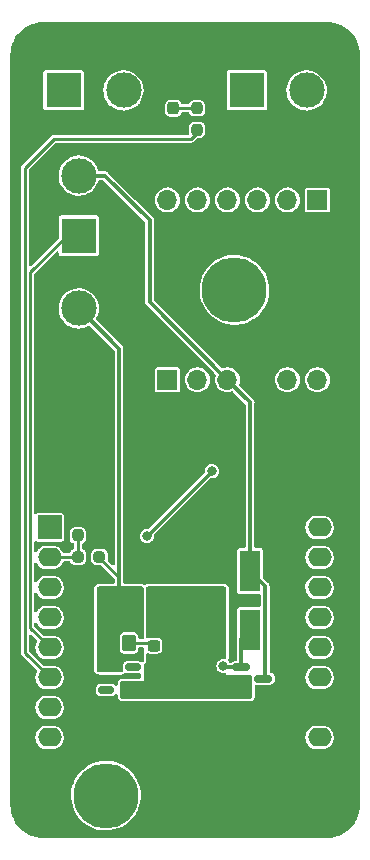
<source format=gbr>
%TF.GenerationSoftware,KiCad,Pcbnew,(6.0.6-0)*%
%TF.CreationDate,2023-03-25T13:57:32+01:00*%
%TF.ProjectId,bubblebutbot,62756262-6c65-4627-9574-626f742e6b69,rev?*%
%TF.SameCoordinates,Original*%
%TF.FileFunction,Copper,L1,Top*%
%TF.FilePolarity,Positive*%
%FSLAX46Y46*%
G04 Gerber Fmt 4.6, Leading zero omitted, Abs format (unit mm)*
G04 Created by KiCad (PCBNEW (6.0.6-0)) date 2023-03-25 13:57:32*
%MOMM*%
%LPD*%
G01*
G04 APERTURE LIST*
G04 Aperture macros list*
%AMRoundRect*
0 Rectangle with rounded corners*
0 $1 Rounding radius*
0 $2 $3 $4 $5 $6 $7 $8 $9 X,Y pos of 4 corners*
0 Add a 4 corners polygon primitive as box body*
4,1,4,$2,$3,$4,$5,$6,$7,$8,$9,$2,$3,0*
0 Add four circle primitives for the rounded corners*
1,1,$1+$1,$2,$3*
1,1,$1+$1,$4,$5*
1,1,$1+$1,$6,$7*
1,1,$1+$1,$8,$9*
0 Add four rect primitives between the rounded corners*
20,1,$1+$1,$2,$3,$4,$5,0*
20,1,$1+$1,$4,$5,$6,$7,0*
20,1,$1+$1,$6,$7,$8,$9,0*
20,1,$1+$1,$8,$9,$2,$3,0*%
G04 Aperture macros list end*
%TA.AperFunction,ComponentPad*%
%ADD10C,3.000000*%
%TD*%
%TA.AperFunction,ComponentPad*%
%ADD11R,3.000000X3.000000*%
%TD*%
%TA.AperFunction,SMDPad,CuDef*%
%ADD12RoundRect,0.237500X0.237500X-0.250000X0.237500X0.250000X-0.237500X0.250000X-0.237500X-0.250000X0*%
%TD*%
%TA.AperFunction,SMDPad,CuDef*%
%ADD13RoundRect,0.237500X0.250000X0.237500X-0.250000X0.237500X-0.250000X-0.237500X0.250000X-0.237500X0*%
%TD*%
%TA.AperFunction,ComponentPad*%
%ADD14O,1.700000X1.700000*%
%TD*%
%TA.AperFunction,ComponentPad*%
%ADD15R,1.700000X1.700000*%
%TD*%
%TA.AperFunction,SMDPad,CuDef*%
%ADD16RoundRect,0.237500X0.237500X-0.287500X0.237500X0.287500X-0.237500X0.287500X-0.237500X-0.287500X0*%
%TD*%
%TA.AperFunction,ComponentPad*%
%ADD17C,5.500000*%
%TD*%
%TA.AperFunction,SMDPad,CuDef*%
%ADD18RoundRect,0.250000X-0.350000X-0.450000X0.350000X-0.450000X0.350000X0.450000X-0.350000X0.450000X0*%
%TD*%
%TA.AperFunction,SMDPad,CuDef*%
%ADD19RoundRect,0.150000X-0.512500X-0.150000X0.512500X-0.150000X0.512500X0.150000X-0.512500X0.150000X0*%
%TD*%
%TA.AperFunction,SMDPad,CuDef*%
%ADD20R,3.500000X1.800000*%
%TD*%
%TA.AperFunction,SMDPad,CuDef*%
%ADD21RoundRect,0.150000X-0.587500X-0.150000X0.587500X-0.150000X0.587500X0.150000X-0.587500X0.150000X0*%
%TD*%
%TA.AperFunction,SMDPad,CuDef*%
%ADD22RoundRect,0.237500X-0.300000X-0.237500X0.300000X-0.237500X0.300000X0.237500X-0.300000X0.237500X0*%
%TD*%
%TA.AperFunction,ComponentPad*%
%ADD23R,2.000000X2.000000*%
%TD*%
%TA.AperFunction,ComponentPad*%
%ADD24O,2.000000X1.600000*%
%TD*%
%TA.AperFunction,SMDPad,CuDef*%
%ADD25RoundRect,0.237500X-0.237500X0.300000X-0.237500X-0.300000X0.237500X-0.300000X0.237500X0.300000X0*%
%TD*%
%TA.AperFunction,SMDPad,CuDef*%
%ADD26R,1.800000X3.500000*%
%TD*%
%TA.AperFunction,ViaPad*%
%ADD27C,0.800000*%
%TD*%
%TA.AperFunction,Conductor*%
%ADD28C,0.250000*%
%TD*%
%TA.AperFunction,Conductor*%
%ADD29C,0.350000*%
%TD*%
G04 APERTURE END LIST*
D10*
%TO.P,J6,2,Pin_2*%
%TO.N,SPLY*%
X157000000Y-87210000D03*
D11*
%TO.P,J6,1,Pin_1*%
%TO.N,SERVO_PWM*%
X157000000Y-92290000D03*
%TD*%
D12*
%TO.P,R4,2*%
%TO.N,GND*%
X156917500Y-115837500D03*
%TO.P,R4,1*%
%TO.N,BATTERY_LVL*%
X156917500Y-117662500D03*
%TD*%
D13*
%TO.P,R3,1*%
%TO.N,Net-(D1-Pad2)*%
X158750000Y-119500000D03*
%TO.P,R3,2*%
%TO.N,BATTERY_LVL*%
X156925000Y-119500000D03*
%TD*%
D14*
%TO.P,J4,6,Pin_6*%
%TO.N,IN4*%
X177200000Y-104500000D03*
%TO.P,J4,5,Pin_5*%
%TO.N,IN3*%
X174660000Y-104500000D03*
%TO.P,J4,4,Pin_4*%
%TO.N,GND*%
X172120000Y-104500000D03*
%TO.P,J4,3,Pin_3*%
%TO.N,SPLY*%
X169580000Y-104500000D03*
%TO.P,J4,2,Pin_2*%
%TO.N,IN2*%
X167040000Y-104500000D03*
D15*
%TO.P,J4,1,Pin_1*%
%TO.N,IN1*%
X164500000Y-104500000D03*
%TD*%
D12*
%TO.P,R2,2*%
%TO.N,Net-(D3-Pad2)*%
X167010000Y-81507500D03*
%TO.P,R2,1*%
%TO.N,Net-(U1-Pad6)*%
X167010000Y-83332500D03*
%TD*%
D16*
%TO.P,D3,2,A*%
%TO.N,Net-(D3-Pad2)*%
X165010000Y-81500000D03*
%TO.P,D3,1,K*%
%TO.N,GND*%
X165010000Y-83250000D03*
%TD*%
D17*
%TO.P,H2,1*%
%TO.N,N/C*%
X159300000Y-139700000D03*
%TD*%
%TO.P,H1,1*%
%TO.N,N/C*%
X170180800Y-96887500D03*
%TD*%
D11*
%TO.P,J5,1,Pin_1*%
%TO.N,GND*%
X157000000Y-103540000D03*
D10*
%TO.P,J5,2,Pin_2*%
%TO.N,Net-(D1-Pad2)*%
X157000000Y-98460000D03*
%TD*%
D18*
%TO.P,R1,2*%
%TO.N,Net-(C1-Pad1)*%
X161250000Y-126780000D03*
%TO.P,R1,1*%
%TO.N,Net-(D1-Pad2)*%
X159250000Y-126780000D03*
%TD*%
D19*
%TO.P,U3,1,SW*%
%TO.N,Net-(D1-Pad2)*%
X159312500Y-128850000D03*
%TO.P,U3,2,GND*%
%TO.N,GND*%
X159312500Y-129800000D03*
%TO.P,U3,3,NC*%
%TO.N,unconnected-(U3-Pad3)*%
X159312500Y-130750000D03*
%TO.P,U3,4,VOUT*%
%TO.N,Net-(C1-Pad2)*%
X161587500Y-130750000D03*
%TO.P,U3,5,NC*%
%TO.N,unconnected-(U3-Pad5)*%
X161587500Y-128850000D03*
%TD*%
D11*
%TO.P,J1,1,Pin_1*%
%TO.N,Net-(J1-Pad1)*%
X171210000Y-80000000D03*
D10*
%TO.P,J1,2,Pin_2*%
%TO.N,Net-(J1-Pad2)*%
X176290000Y-80000000D03*
%TD*%
D11*
%TO.P,J2,1,Pin_1*%
%TO.N,Net-(J2-Pad1)*%
X155710000Y-80000000D03*
D10*
%TO.P,J2,2,Pin_2*%
%TO.N,Net-(J2-Pad2)*%
X160790000Y-80000000D03*
%TD*%
D14*
%TO.P,J3,6,Pin_6*%
%TO.N,unconnected-(J3-Pad6)*%
X164500000Y-89275000D03*
%TO.P,J3,5,Pin_5*%
%TO.N,Net-(J2-Pad1)*%
X167040000Y-89275000D03*
%TO.P,J3,4,Pin_4*%
%TO.N,Net-(J2-Pad2)*%
X169580000Y-89275000D03*
%TO.P,J3,3,Pin_3*%
%TO.N,Net-(J1-Pad1)*%
X172120000Y-89275000D03*
%TO.P,J3,2,Pin_2*%
%TO.N,Net-(J1-Pad2)*%
X174660000Y-89275000D03*
D15*
%TO.P,J3,1,Pin_1*%
%TO.N,unconnected-(J3-Pad1)*%
X177200000Y-89275000D03*
%TD*%
D20*
%TO.P,D1,2,A*%
%TO.N,Net-(D1-Pad2)*%
X160400000Y-122894420D03*
%TO.P,D1,1,K*%
%TO.N,Net-(C1-Pad2)*%
X165400000Y-122894420D03*
%TD*%
D21*
%TO.P,Q1,1,G*%
%TO.N,WEMOS_USB_POWER*%
X170762500Y-128850000D03*
%TO.P,Q1,2,S*%
%TO.N,Net-(C1-Pad2)*%
X170762500Y-130750000D03*
%TO.P,Q1,3,D*%
%TO.N,SPLY*%
X172637500Y-129800000D03*
%TD*%
D22*
%TO.P,C1,1*%
%TO.N,Net-(C1-Pad1)*%
X163337500Y-127000000D03*
%TO.P,C1,2*%
%TO.N,Net-(C1-Pad2)*%
X165062500Y-127000000D03*
%TD*%
D23*
%TO.P,U1,1,~{RST}*%
%TO.N,unconnected-(U1-Pad1)*%
X154520000Y-117000000D03*
D24*
%TO.P,U1,2,A0*%
%TO.N,BATTERY_LVL*%
X154520000Y-119540000D03*
%TO.P,U1,3,D0*%
%TO.N,unconnected-(U1-Pad3)*%
X154520000Y-122080000D03*
%TO.P,U1,4,SCK/D5*%
%TO.N,IN3*%
X154520000Y-124620000D03*
%TO.P,U1,5,MISO/D6*%
%TO.N,SERVO_PWM*%
X154520000Y-127160000D03*
%TO.P,U1,6,MOSI/D7*%
%TO.N,Net-(U1-Pad6)*%
X154520000Y-129700000D03*
%TO.P,U1,7,CS/D8*%
%TO.N,unconnected-(U1-Pad7)*%
X154520000Y-132240000D03*
%TO.P,U1,8,3V3*%
%TO.N,unconnected-(U1-Pad8)*%
X154520000Y-134780000D03*
%TO.P,U1,9,5V*%
%TO.N,WEMOS_USB_POWER*%
X177380000Y-134780000D03*
%TO.P,U1,10,GND*%
%TO.N,GND*%
X177380000Y-132240000D03*
%TO.P,U1,11,D4*%
%TO.N,IN4*%
X177380000Y-129700000D03*
%TO.P,U1,12,D3*%
%TO.N,unconnected-(U1-Pad12)*%
X177380000Y-127160000D03*
%TO.P,U1,13,SDA/D2*%
%TO.N,IN2*%
X177380000Y-124620000D03*
%TO.P,U1,14,SCL/D1*%
%TO.N,IN1*%
X177380000Y-122080000D03*
%TO.P,U1,15,RX*%
%TO.N,unconnected-(U1-Pad15)*%
X177380000Y-119540000D03*
%TO.P,U1,16,TX*%
%TO.N,unconnected-(U1-Pad16)*%
X177380000Y-117000000D03*
%TD*%
D25*
%TO.P,C4,1*%
%TO.N,Net-(C1-Pad2)*%
X168325000Y-130787500D03*
%TO.P,C4,2*%
%TO.N,GND*%
X168325000Y-132512500D03*
%TD*%
D26*
%TO.P,D2,1,K*%
%TO.N,SPLY*%
X171500000Y-120700000D03*
%TO.P,D2,2,A*%
%TO.N,WEMOS_USB_POWER*%
X171500000Y-125700000D03*
%TD*%
D25*
%TO.P,C3,1*%
%TO.N,Net-(C1-Pad2)*%
X166140000Y-130787500D03*
%TO.P,C3,2*%
%TO.N,GND*%
X166140000Y-132512500D03*
%TD*%
%TO.P,C2,1*%
%TO.N,Net-(C1-Pad2)*%
X163955000Y-130787500D03*
%TO.P,C2,2*%
%TO.N,GND*%
X163955000Y-132512500D03*
%TD*%
D27*
%TO.N,IN3*%
X162750000Y-117750000D03*
X168250000Y-112250000D03*
%TO.N,WEMOS_USB_POWER*%
X169250000Y-128750000D03*
%TD*%
D28*
%TO.N,Net-(U1-Pad6)*%
X154520000Y-129700000D02*
X152433557Y-127613557D01*
X152433557Y-127613557D02*
X152433557Y-86566443D01*
X152433557Y-86566443D02*
X154900000Y-84100000D01*
X154900000Y-84100000D02*
X166500000Y-84100000D01*
X166500000Y-84100000D02*
X167267500Y-83332500D01*
%TO.N,SERVO_PWM*%
X152883557Y-95406443D02*
X156000000Y-92290000D01*
X156000000Y-92290000D02*
X157000000Y-92290000D01*
D29*
%TO.N,SPLY*%
X169580000Y-104500000D02*
X163000000Y-97920000D01*
X163000000Y-91000000D02*
X159210000Y-87210000D01*
X159210000Y-87210000D02*
X157000000Y-87210000D01*
X163000000Y-97920000D02*
X163000000Y-91000000D01*
%TO.N,Net-(D1-Pad2)*%
X160400000Y-122894420D02*
X160400000Y-101860000D01*
X160400000Y-101860000D02*
X157000000Y-98460000D01*
D28*
%TO.N,SERVO_PWM*%
X154520000Y-127160000D02*
X152883557Y-125523557D01*
X152883557Y-125523557D02*
X152883557Y-95406443D01*
%TO.N,Net-(D3-Pad2)*%
X165010000Y-81500000D02*
X167002500Y-81500000D01*
X167002500Y-81500000D02*
X167010000Y-81507500D01*
%TO.N,BATTERY_LVL*%
X156925000Y-119500000D02*
X156925000Y-117670000D01*
X156925000Y-117670000D02*
X156917500Y-117662500D01*
X156837500Y-119500000D02*
X154560000Y-119500000D01*
%TO.N,Net-(D1-Pad2)*%
X158662500Y-119500000D02*
X160400000Y-121237500D01*
X160400000Y-121237500D02*
X160400000Y-122894420D01*
%TO.N,IN3*%
X168250000Y-112250000D02*
X162750000Y-117750000D01*
D29*
%TO.N,SPLY*%
X171500000Y-120700000D02*
X171500000Y-106420000D01*
X171500000Y-106420000D02*
X169580000Y-104500000D01*
%TO.N,WEMOS_USB_POWER*%
X169350000Y-128850000D02*
X169250000Y-128750000D01*
X170762500Y-128850000D02*
X169350000Y-128850000D01*
%TO.N,SPLY*%
X171500000Y-120700000D02*
X172775000Y-121975000D01*
X172775000Y-121975000D02*
X172775000Y-129662500D01*
X172775000Y-129662500D02*
X172637500Y-129800000D01*
%TO.N,WEMOS_USB_POWER*%
X170762500Y-128850000D02*
X170762500Y-126437500D01*
X170762500Y-126437500D02*
X171500000Y-125700000D01*
D28*
%TO.N,Net-(C1-Pad1)*%
X161250000Y-126780000D02*
X163117500Y-126780000D01*
X163117500Y-126780000D02*
X163337500Y-127000000D01*
%TD*%
%TA.AperFunction,Conductor*%
%TO.N,GND*%
G36*
X177980242Y-74202466D02*
G01*
X177985811Y-74202476D01*
X177999641Y-74205656D01*
X178013481Y-74202524D01*
X178027670Y-74202549D01*
X178027669Y-74203161D01*
X178035608Y-74202500D01*
X178185047Y-74210892D01*
X178306384Y-74217706D01*
X178320416Y-74219287D01*
X178615972Y-74269504D01*
X178629743Y-74272647D01*
X178917820Y-74355641D01*
X178931151Y-74360306D01*
X179208125Y-74475032D01*
X179220848Y-74481159D01*
X179332841Y-74543056D01*
X179483228Y-74626172D01*
X179495192Y-74633689D01*
X179739691Y-74807170D01*
X179750738Y-74815980D01*
X179974269Y-75015740D01*
X179984260Y-75025731D01*
X180184020Y-75249262D01*
X180192830Y-75260309D01*
X180366311Y-75504808D01*
X180373828Y-75516772D01*
X180518839Y-75779148D01*
X180524970Y-75791879D01*
X180639692Y-76068843D01*
X180644359Y-76082180D01*
X180727353Y-76370257D01*
X180730496Y-76384028D01*
X180778235Y-76664998D01*
X180780712Y-76679579D01*
X180782294Y-76693620D01*
X180797469Y-76963825D01*
X180796803Y-76971621D01*
X180797549Y-76971622D01*
X180797524Y-76985813D01*
X180794344Y-76999641D01*
X180797475Y-77013480D01*
X180797467Y-77018311D01*
X180799500Y-77036504D01*
X180799500Y-140462920D01*
X180797534Y-140480242D01*
X180797524Y-140485811D01*
X180794344Y-140499641D01*
X180797476Y-140513481D01*
X180797451Y-140527670D01*
X180796839Y-140527669D01*
X180797500Y-140535608D01*
X180782294Y-140806380D01*
X180780713Y-140820416D01*
X180762040Y-140930318D01*
X180730497Y-141115968D01*
X180727353Y-141129743D01*
X180644359Y-141417820D01*
X180639694Y-141431151D01*
X180626857Y-141462143D01*
X180524970Y-141708121D01*
X180518839Y-141720852D01*
X180373828Y-141983228D01*
X180366311Y-141995192D01*
X180192830Y-142239691D01*
X180184020Y-142250738D01*
X179984260Y-142474269D01*
X179974269Y-142484260D01*
X179750738Y-142684020D01*
X179739691Y-142692830D01*
X179495192Y-142866311D01*
X179483228Y-142873828D01*
X179468987Y-142881699D01*
X179220848Y-143018841D01*
X179208125Y-143024968D01*
X178931151Y-143139694D01*
X178917820Y-143144359D01*
X178629743Y-143227353D01*
X178615972Y-143230496D01*
X178320416Y-143280713D01*
X178306384Y-143282294D01*
X178036172Y-143297469D01*
X178028379Y-143296803D01*
X178028378Y-143297549D01*
X178014187Y-143297524D01*
X178000359Y-143294344D01*
X177986520Y-143297475D01*
X177981689Y-143297467D01*
X177963496Y-143299500D01*
X154037080Y-143299500D01*
X154019758Y-143297534D01*
X154014189Y-143297524D01*
X154000359Y-143294344D01*
X153986519Y-143297476D01*
X153972330Y-143297451D01*
X153972331Y-143296839D01*
X153964392Y-143297500D01*
X153814953Y-143289108D01*
X153693616Y-143282294D01*
X153679584Y-143280713D01*
X153384028Y-143230496D01*
X153370257Y-143227353D01*
X153082180Y-143144359D01*
X153068849Y-143139694D01*
X152791875Y-143024968D01*
X152779152Y-143018841D01*
X152531013Y-142881699D01*
X152516772Y-142873828D01*
X152504808Y-142866311D01*
X152260309Y-142692830D01*
X152249262Y-142684020D01*
X152025731Y-142484260D01*
X152015740Y-142474269D01*
X151815980Y-142250738D01*
X151807170Y-142239691D01*
X151633689Y-141995192D01*
X151626172Y-141983228D01*
X151481161Y-141720852D01*
X151475030Y-141708121D01*
X151373143Y-141462143D01*
X151360306Y-141431151D01*
X151355641Y-141417820D01*
X151272647Y-141129743D01*
X151269503Y-141115968D01*
X151237960Y-140930318D01*
X151219287Y-140820416D01*
X151217706Y-140806380D01*
X151202548Y-140536456D01*
X151204382Y-140514897D01*
X151203227Y-140514764D01*
X151204043Y-140507674D01*
X151205655Y-140500718D01*
X151205656Y-140500000D01*
X151203654Y-140491225D01*
X151200500Y-140463210D01*
X151200500Y-139607166D01*
X156345958Y-139607166D01*
X156354865Y-139947310D01*
X156402809Y-140284176D01*
X156489152Y-140613300D01*
X156612753Y-140930318D01*
X156771971Y-141231029D01*
X156774021Y-141234012D01*
X156774023Y-141234015D01*
X156962640Y-141508455D01*
X156962646Y-141508462D01*
X156964697Y-141511447D01*
X157188376Y-141767855D01*
X157440044Y-141996855D01*
X157716364Y-142195411D01*
X158013674Y-142360892D01*
X158328035Y-142491104D01*
X158331529Y-142492099D01*
X158331531Y-142492100D01*
X158651777Y-142583325D01*
X158651782Y-142583326D01*
X158655278Y-142584322D01*
X158848204Y-142615915D01*
X158987485Y-142638723D01*
X158987492Y-142638724D01*
X158991066Y-142639309D01*
X159161008Y-142647324D01*
X159327322Y-142655167D01*
X159327323Y-142655167D01*
X159330949Y-142655338D01*
X159340272Y-142654702D01*
X159666791Y-142632443D01*
X159666799Y-142632442D01*
X159670422Y-142632195D01*
X159673998Y-142631532D01*
X159674000Y-142631532D01*
X160001421Y-142570848D01*
X160001425Y-142570847D01*
X160004986Y-142570187D01*
X160330205Y-142470137D01*
X160641769Y-142333370D01*
X160935549Y-142161699D01*
X160938458Y-142159515D01*
X161204743Y-141959582D01*
X161204747Y-141959579D01*
X161207650Y-141957399D01*
X161454467Y-141723179D01*
X161672727Y-141462143D01*
X161822579Y-141234015D01*
X161857551Y-141180776D01*
X161857556Y-141180767D01*
X161859538Y-141177750D01*
X161985685Y-140926936D01*
X162010797Y-140877007D01*
X162010800Y-140876999D01*
X162012424Y-140873771D01*
X162013669Y-140870369D01*
X162128110Y-140557645D01*
X162128113Y-140557635D01*
X162129358Y-140554233D01*
X162130203Y-140550711D01*
X162130206Y-140550703D01*
X162207943Y-140226903D01*
X162207944Y-140226899D01*
X162208790Y-140223374D01*
X162241763Y-139950901D01*
X162249332Y-139888356D01*
X162249333Y-139888349D01*
X162249668Y-139885577D01*
X162255500Y-139700000D01*
X162250147Y-139607166D01*
X162236122Y-139363923D01*
X162236121Y-139363918D01*
X162235913Y-139360303D01*
X162177412Y-139025109D01*
X162151793Y-138938618D01*
X162081805Y-138702345D01*
X162080773Y-138698860D01*
X162043728Y-138612008D01*
X161948699Y-138389218D01*
X161947276Y-138385881D01*
X161778691Y-138090319D01*
X161577252Y-137816093D01*
X161345629Y-137566838D01*
X161342875Y-137564486D01*
X161342871Y-137564482D01*
X161247831Y-137483310D01*
X161086893Y-137345856D01*
X161083890Y-137343838D01*
X161083882Y-137343832D01*
X160908072Y-137225694D01*
X160804472Y-137156077D01*
X160502110Y-137000016D01*
X160183815Y-136879743D01*
X159853805Y-136796850D01*
X159711627Y-136778132D01*
X159520059Y-136752911D01*
X159520051Y-136752910D01*
X159516455Y-136752437D01*
X159374428Y-136750206D01*
X159179879Y-136747149D01*
X159179875Y-136747149D01*
X159176237Y-136747092D01*
X159172623Y-136747453D01*
X159172617Y-136747453D01*
X158935277Y-136771143D01*
X158837658Y-136780887D01*
X158505207Y-136853373D01*
X158501780Y-136854546D01*
X158501774Y-136854548D01*
X158186718Y-136962416D01*
X158183292Y-136963589D01*
X157876177Y-137110076D01*
X157587934Y-137290890D01*
X157585098Y-137293162D01*
X157585091Y-137293167D01*
X157430760Y-137416809D01*
X157322384Y-137503635D01*
X157083047Y-137745493D01*
X157080811Y-137748345D01*
X157080809Y-137748347D01*
X156875331Y-138010403D01*
X156873094Y-138013256D01*
X156695308Y-138303376D01*
X156693783Y-138306661D01*
X156693781Y-138306665D01*
X156584394Y-138542320D01*
X156552046Y-138612008D01*
X156445206Y-138935060D01*
X156376206Y-139268252D01*
X156345958Y-139607166D01*
X151200500Y-139607166D01*
X151200500Y-134829126D01*
X153315541Y-134829126D01*
X153345935Y-135030097D01*
X153416119Y-135220852D01*
X153419479Y-135226272D01*
X153419480Y-135226273D01*
X153519863Y-135388176D01*
X153519866Y-135388180D01*
X153523226Y-135393599D01*
X153662881Y-135541280D01*
X153829379Y-135657863D01*
X154015919Y-135738586D01*
X154061947Y-135748202D01*
X154210144Y-135779162D01*
X154210149Y-135779163D01*
X154214880Y-135780151D01*
X154219762Y-135780407D01*
X154219871Y-135780413D01*
X154219887Y-135780413D01*
X154221539Y-135780500D01*
X154770800Y-135780500D01*
X154818793Y-135775625D01*
X154915868Y-135765765D01*
X154915870Y-135765765D01*
X154922216Y-135765120D01*
X155116172Y-135704338D01*
X155293944Y-135605797D01*
X155448271Y-135473523D01*
X155572848Y-135312919D01*
X155662587Y-135130545D01*
X155688752Y-135030097D01*
X155712212Y-134940034D01*
X155712212Y-134940031D01*
X155713822Y-134933852D01*
X155719310Y-134829126D01*
X176175541Y-134829126D01*
X176205935Y-135030097D01*
X176276119Y-135220852D01*
X176279479Y-135226272D01*
X176279480Y-135226273D01*
X176379863Y-135388176D01*
X176379866Y-135388180D01*
X176383226Y-135393599D01*
X176522881Y-135541280D01*
X176689379Y-135657863D01*
X176875919Y-135738586D01*
X176921947Y-135748202D01*
X177070144Y-135779162D01*
X177070149Y-135779163D01*
X177074880Y-135780151D01*
X177079762Y-135780407D01*
X177079871Y-135780413D01*
X177079887Y-135780413D01*
X177081539Y-135780500D01*
X177630800Y-135780500D01*
X177678793Y-135775625D01*
X177775868Y-135765765D01*
X177775870Y-135765765D01*
X177782216Y-135765120D01*
X177976172Y-135704338D01*
X178153944Y-135605797D01*
X178308271Y-135473523D01*
X178432848Y-135312919D01*
X178522587Y-135130545D01*
X178548752Y-135030097D01*
X178572212Y-134940034D01*
X178572212Y-134940031D01*
X178573822Y-134933852D01*
X178584459Y-134730874D01*
X178554065Y-134529903D01*
X178483881Y-134339148D01*
X178430345Y-134252802D01*
X178380137Y-134171824D01*
X178380134Y-134171820D01*
X178376774Y-134166401D01*
X178237119Y-134018720D01*
X178070621Y-133902137D01*
X177884081Y-133821414D01*
X177838053Y-133811798D01*
X177689856Y-133780838D01*
X177689851Y-133780837D01*
X177685120Y-133779849D01*
X177680238Y-133779593D01*
X177680129Y-133779587D01*
X177680113Y-133779587D01*
X177678461Y-133779500D01*
X177129200Y-133779500D01*
X177081207Y-133784375D01*
X176984132Y-133794235D01*
X176984130Y-133794235D01*
X176977784Y-133794880D01*
X176783828Y-133855662D01*
X176606056Y-133954203D01*
X176451729Y-134086477D01*
X176327152Y-134247081D01*
X176237413Y-134429455D01*
X176235804Y-134435633D01*
X176235803Y-134435635D01*
X176209603Y-134536220D01*
X176186178Y-134626148D01*
X176175541Y-134829126D01*
X155719310Y-134829126D01*
X155724459Y-134730874D01*
X155694065Y-134529903D01*
X155623881Y-134339148D01*
X155570345Y-134252802D01*
X155520137Y-134171824D01*
X155520134Y-134171820D01*
X155516774Y-134166401D01*
X155377119Y-134018720D01*
X155210621Y-133902137D01*
X155024081Y-133821414D01*
X154978053Y-133811798D01*
X154829856Y-133780838D01*
X154829851Y-133780837D01*
X154825120Y-133779849D01*
X154820238Y-133779593D01*
X154820129Y-133779587D01*
X154820113Y-133779587D01*
X154818461Y-133779500D01*
X154269200Y-133779500D01*
X154221207Y-133784375D01*
X154124132Y-133794235D01*
X154124130Y-133794235D01*
X154117784Y-133794880D01*
X153923828Y-133855662D01*
X153746056Y-133954203D01*
X153591729Y-134086477D01*
X153467152Y-134247081D01*
X153377413Y-134429455D01*
X153375804Y-134435633D01*
X153375803Y-134435635D01*
X153349603Y-134536220D01*
X153326178Y-134626148D01*
X153315541Y-134829126D01*
X151200500Y-134829126D01*
X151200500Y-132289126D01*
X153315541Y-132289126D01*
X153345935Y-132490097D01*
X153416119Y-132680852D01*
X153419479Y-132686272D01*
X153419480Y-132686273D01*
X153519863Y-132848176D01*
X153519866Y-132848180D01*
X153523226Y-132853599D01*
X153662881Y-133001280D01*
X153829379Y-133117863D01*
X154015919Y-133198586D01*
X154061947Y-133208202D01*
X154210144Y-133239162D01*
X154210149Y-133239163D01*
X154214880Y-133240151D01*
X154219762Y-133240407D01*
X154219871Y-133240413D01*
X154219887Y-133240413D01*
X154221539Y-133240500D01*
X154770800Y-133240500D01*
X154818793Y-133235625D01*
X154915868Y-133225765D01*
X154915870Y-133225765D01*
X154922216Y-133225120D01*
X155116172Y-133164338D01*
X155293944Y-133065797D01*
X155448271Y-132933523D01*
X155572848Y-132772919D01*
X155662587Y-132590545D01*
X155688752Y-132490097D01*
X155712212Y-132400034D01*
X155712212Y-132400031D01*
X155713822Y-132393852D01*
X155724459Y-132190874D01*
X155694065Y-131989903D01*
X155623881Y-131799148D01*
X155570345Y-131712802D01*
X155520137Y-131631824D01*
X155520134Y-131631820D01*
X155516774Y-131626401D01*
X155461630Y-131568088D01*
X155381508Y-131483361D01*
X155381507Y-131483360D01*
X155377119Y-131478720D01*
X155210621Y-131362137D01*
X155024081Y-131281414D01*
X154978053Y-131271798D01*
X154829856Y-131240838D01*
X154829851Y-131240837D01*
X154825120Y-131239849D01*
X154820238Y-131239593D01*
X154820129Y-131239587D01*
X154820113Y-131239587D01*
X154818461Y-131239500D01*
X154269200Y-131239500D01*
X154221207Y-131244375D01*
X154124132Y-131254235D01*
X154124130Y-131254235D01*
X154117784Y-131254880D01*
X153923828Y-131315662D01*
X153746056Y-131414203D01*
X153591729Y-131546477D01*
X153467152Y-131707081D01*
X153377413Y-131889455D01*
X153375804Y-131895633D01*
X153375803Y-131895635D01*
X153349603Y-131996220D01*
X153326178Y-132086148D01*
X153315541Y-132289126D01*
X151200500Y-132289126D01*
X151200500Y-127642364D01*
X152104293Y-127642364D01*
X152111833Y-127670502D01*
X152114048Y-127678767D01*
X152116427Y-127689499D01*
X152122969Y-127726602D01*
X152128480Y-127736147D01*
X152129672Y-127739423D01*
X152131149Y-127742591D01*
X152134003Y-127753241D01*
X152140327Y-127762272D01*
X152155612Y-127784101D01*
X152161518Y-127793372D01*
X152174850Y-127816463D01*
X152180363Y-127826012D01*
X152188808Y-127833098D01*
X152209239Y-127850242D01*
X152217342Y-127857668D01*
X153423022Y-129063348D01*
X153457048Y-129125660D01*
X153451983Y-129196475D01*
X153446981Y-129208073D01*
X153380234Y-129343720D01*
X153380231Y-129343728D01*
X153377413Y-129349455D01*
X153375804Y-129355633D01*
X153375803Y-129355635D01*
X153349603Y-129456220D01*
X153326178Y-129546148D01*
X153315541Y-129749126D01*
X153345935Y-129950097D01*
X153416119Y-130140852D01*
X153419479Y-130146272D01*
X153419480Y-130146273D01*
X153519863Y-130308176D01*
X153519866Y-130308180D01*
X153523226Y-130313599D01*
X153662881Y-130461280D01*
X153829379Y-130577863D01*
X154015919Y-130658586D01*
X154061947Y-130668202D01*
X154210144Y-130699162D01*
X154210149Y-130699163D01*
X154214880Y-130700151D01*
X154219762Y-130700407D01*
X154219871Y-130700413D01*
X154219887Y-130700413D01*
X154221539Y-130700500D01*
X154770800Y-130700500D01*
X154818793Y-130695625D01*
X154915868Y-130685765D01*
X154915870Y-130685765D01*
X154922216Y-130685120D01*
X155116172Y-130624338D01*
X155293944Y-130525797D01*
X155448271Y-130393523D01*
X155475532Y-130358379D01*
X155515790Y-130306478D01*
X155572848Y-130232919D01*
X155662587Y-130050545D01*
X155668760Y-130026847D01*
X155712212Y-129860034D01*
X155712212Y-129860031D01*
X155713822Y-129853852D01*
X155719645Y-129742744D01*
X155724125Y-129657256D01*
X155724125Y-129657252D01*
X155724459Y-129650874D01*
X155694065Y-129449903D01*
X155623881Y-129259148D01*
X155603338Y-129226015D01*
X155520137Y-129091824D01*
X155520134Y-129091820D01*
X155516774Y-129086401D01*
X155377119Y-128938720D01*
X155210621Y-128822137D01*
X155024081Y-128741414D01*
X154978053Y-128731798D01*
X154829856Y-128700838D01*
X154829851Y-128700837D01*
X154825120Y-128699849D01*
X154820238Y-128699593D01*
X154820129Y-128699587D01*
X154820113Y-128699587D01*
X154818461Y-128699500D01*
X154269200Y-128699500D01*
X154221207Y-128704375D01*
X154124132Y-128714235D01*
X154124130Y-128714235D01*
X154117784Y-128714880D01*
X154097269Y-128721309D01*
X154026287Y-128722594D01*
X153970496Y-128690170D01*
X152795962Y-127515636D01*
X152761936Y-127453324D01*
X152759057Y-127426541D01*
X152759057Y-126163573D01*
X152779059Y-126095452D01*
X152832715Y-126048959D01*
X152902989Y-126038855D01*
X152967569Y-126068349D01*
X152974152Y-126074478D01*
X153423022Y-126523348D01*
X153457048Y-126585660D01*
X153451983Y-126656475D01*
X153446981Y-126668073D01*
X153380234Y-126803720D01*
X153380231Y-126803728D01*
X153377413Y-126809455D01*
X153375804Y-126815633D01*
X153375803Y-126815635D01*
X153349603Y-126916220D01*
X153326178Y-127006148D01*
X153315541Y-127209126D01*
X153345935Y-127410097D01*
X153416119Y-127600852D01*
X153419479Y-127606272D01*
X153419480Y-127606273D01*
X153519863Y-127768176D01*
X153519866Y-127768180D01*
X153523226Y-127773599D01*
X153527612Y-127778237D01*
X153572791Y-127826012D01*
X153662881Y-127921280D01*
X153829379Y-128037863D01*
X154015919Y-128118586D01*
X154061947Y-128128202D01*
X154210144Y-128159162D01*
X154210149Y-128159163D01*
X154214880Y-128160151D01*
X154219762Y-128160407D01*
X154219871Y-128160413D01*
X154219887Y-128160413D01*
X154221539Y-128160500D01*
X154770800Y-128160500D01*
X154846794Y-128152781D01*
X154915868Y-128145765D01*
X154915870Y-128145765D01*
X154922216Y-128145120D01*
X155116172Y-128084338D01*
X155293944Y-127985797D01*
X155448271Y-127853523D01*
X155464115Y-127833098D01*
X155519052Y-127762272D01*
X155572848Y-127692919D01*
X155662587Y-127510545D01*
X155688752Y-127410097D01*
X155712212Y-127320034D01*
X155712212Y-127320031D01*
X155713822Y-127313852D01*
X155724459Y-127110874D01*
X155694065Y-126909903D01*
X155623881Y-126719148D01*
X155620520Y-126713727D01*
X155520137Y-126551824D01*
X155520134Y-126551820D01*
X155516774Y-126546401D01*
X155377119Y-126398720D01*
X155210621Y-126282137D01*
X155024081Y-126201414D01*
X154978053Y-126191798D01*
X154829856Y-126160838D01*
X154829851Y-126160837D01*
X154825120Y-126159849D01*
X154820238Y-126159593D01*
X154820129Y-126159587D01*
X154820113Y-126159587D01*
X154818461Y-126159500D01*
X154269200Y-126159500D01*
X154221207Y-126164375D01*
X154124132Y-126174235D01*
X154124130Y-126174235D01*
X154117784Y-126174880D01*
X154097269Y-126181309D01*
X154026287Y-126182594D01*
X153970496Y-126150170D01*
X153245962Y-125425636D01*
X153211936Y-125363324D01*
X153209057Y-125336541D01*
X153209057Y-125169222D01*
X153229059Y-125101101D01*
X153282715Y-125054608D01*
X153352989Y-125044504D01*
X153417569Y-125073998D01*
X153442143Y-125102825D01*
X153523226Y-125233599D01*
X153662881Y-125381280D01*
X153829379Y-125497863D01*
X154015919Y-125578586D01*
X154061947Y-125588202D01*
X154210144Y-125619162D01*
X154210149Y-125619163D01*
X154214880Y-125620151D01*
X154219762Y-125620407D01*
X154219871Y-125620413D01*
X154219887Y-125620413D01*
X154221539Y-125620500D01*
X154770800Y-125620500D01*
X154818793Y-125615625D01*
X154915868Y-125605765D01*
X154915870Y-125605765D01*
X154922216Y-125605120D01*
X155116172Y-125544338D01*
X155293944Y-125445797D01*
X155448271Y-125313523D01*
X155572848Y-125152919D01*
X155662587Y-124970545D01*
X155688752Y-124870097D01*
X155712212Y-124780034D01*
X155712212Y-124780031D01*
X155713822Y-124773852D01*
X155724459Y-124570874D01*
X155694065Y-124369903D01*
X155623881Y-124179148D01*
X155570345Y-124092802D01*
X155520137Y-124011824D01*
X155520134Y-124011820D01*
X155516774Y-124006401D01*
X155445959Y-123931516D01*
X155381508Y-123863361D01*
X155381507Y-123863360D01*
X155377119Y-123858720D01*
X155222860Y-123750707D01*
X155215851Y-123745799D01*
X155215850Y-123745799D01*
X155210621Y-123742137D01*
X155024081Y-123661414D01*
X154978053Y-123651798D01*
X154829856Y-123620838D01*
X154829851Y-123620837D01*
X154825120Y-123619849D01*
X154820238Y-123619593D01*
X154820129Y-123619587D01*
X154820113Y-123619587D01*
X154818461Y-123619500D01*
X154269200Y-123619500D01*
X154229820Y-123623500D01*
X154124132Y-123634235D01*
X154124130Y-123634235D01*
X154117784Y-123634880D01*
X153923828Y-123695662D01*
X153746056Y-123794203D01*
X153591729Y-123926477D01*
X153587822Y-123931514D01*
X153587820Y-123931516D01*
X153533331Y-124001763D01*
X153467152Y-124087081D01*
X153464339Y-124092798D01*
X153464332Y-124092809D01*
X153448111Y-124125775D01*
X153400088Y-124178066D01*
X153331418Y-124196092D01*
X153263904Y-124174132D01*
X153218980Y-124119156D01*
X153209057Y-124070145D01*
X153209057Y-122629222D01*
X153229059Y-122561101D01*
X153282715Y-122514608D01*
X153352989Y-122504504D01*
X153417569Y-122533998D01*
X153442143Y-122562825D01*
X153523226Y-122693599D01*
X153527612Y-122698237D01*
X153601622Y-122776500D01*
X153662881Y-122841280D01*
X153829379Y-122957863D01*
X154015919Y-123038586D01*
X154061947Y-123048202D01*
X154210144Y-123079162D01*
X154210149Y-123079163D01*
X154214880Y-123080151D01*
X154219762Y-123080407D01*
X154219871Y-123080413D01*
X154219887Y-123080413D01*
X154221539Y-123080500D01*
X154770800Y-123080500D01*
X154818793Y-123075625D01*
X154915868Y-123065765D01*
X154915870Y-123065765D01*
X154922216Y-123065120D01*
X155116172Y-123004338D01*
X155293944Y-122905797D01*
X155448271Y-122773523D01*
X155572848Y-122612919D01*
X155662587Y-122430545D01*
X155688752Y-122330097D01*
X155712212Y-122240034D01*
X155712212Y-122240031D01*
X155713822Y-122233852D01*
X155720261Y-122110990D01*
X155724125Y-122037256D01*
X155724125Y-122037252D01*
X155724459Y-122030874D01*
X155694065Y-121829903D01*
X155691032Y-121821658D01*
X155663913Y-121747952D01*
X155623881Y-121639148D01*
X155570345Y-121552802D01*
X155520137Y-121471824D01*
X155520134Y-121471820D01*
X155516774Y-121466401D01*
X155377119Y-121318720D01*
X155210621Y-121202137D01*
X155024081Y-121121414D01*
X154978053Y-121111798D01*
X154829856Y-121080838D01*
X154829851Y-121080837D01*
X154825120Y-121079849D01*
X154820238Y-121079593D01*
X154820129Y-121079587D01*
X154820113Y-121079587D01*
X154818461Y-121079500D01*
X154269200Y-121079500D01*
X154221207Y-121084375D01*
X154124132Y-121094235D01*
X154124130Y-121094235D01*
X154117784Y-121094880D01*
X153923828Y-121155662D01*
X153746056Y-121254203D01*
X153591729Y-121386477D01*
X153467152Y-121547081D01*
X153464339Y-121552798D01*
X153464332Y-121552809D01*
X153448111Y-121585775D01*
X153400088Y-121638066D01*
X153331418Y-121656092D01*
X153263904Y-121634132D01*
X153218980Y-121579156D01*
X153209057Y-121530145D01*
X153209057Y-120089222D01*
X153229059Y-120021101D01*
X153282715Y-119974608D01*
X153352989Y-119964504D01*
X153417569Y-119993998D01*
X153442143Y-120022825D01*
X153523226Y-120153599D01*
X153662881Y-120301280D01*
X153829379Y-120417863D01*
X154015919Y-120498586D01*
X154061947Y-120508202D01*
X154210144Y-120539162D01*
X154210149Y-120539163D01*
X154214880Y-120540151D01*
X154219762Y-120540407D01*
X154219871Y-120540413D01*
X154219887Y-120540413D01*
X154221539Y-120540500D01*
X154770800Y-120540500D01*
X154818793Y-120535625D01*
X154915868Y-120525765D01*
X154915870Y-120525765D01*
X154922216Y-120525120D01*
X155116172Y-120464338D01*
X155293944Y-120365797D01*
X155448271Y-120233523D01*
X155457053Y-120222202D01*
X155568939Y-120077958D01*
X155572848Y-120072919D01*
X155618151Y-119980852D01*
X155659967Y-119895870D01*
X155707990Y-119843579D01*
X155773022Y-119825500D01*
X156152359Y-119825500D01*
X156220480Y-119845502D01*
X156266973Y-119899158D01*
X156271242Y-119909752D01*
X156283539Y-119944768D01*
X156289133Y-119952341D01*
X156289133Y-119952342D01*
X156339919Y-120021101D01*
X156361789Y-120050711D01*
X156369360Y-120056303D01*
X156460155Y-120123365D01*
X156460157Y-120123366D01*
X156467732Y-120128961D01*
X156476619Y-120132082D01*
X156476621Y-120132083D01*
X156584752Y-120170056D01*
X156584754Y-120170057D01*
X156592000Y-120172601D01*
X156599644Y-120173324D01*
X156599646Y-120173324D01*
X156607621Y-120174078D01*
X156622667Y-120175500D01*
X156924847Y-120175500D01*
X157227332Y-120175499D01*
X157230282Y-120175220D01*
X157230287Y-120175220D01*
X157250350Y-120173324D01*
X157250351Y-120173324D01*
X157258000Y-120172601D01*
X157265248Y-120170056D01*
X157265251Y-120170055D01*
X157373379Y-120132083D01*
X157373381Y-120132082D01*
X157382268Y-120128961D01*
X157389843Y-120123366D01*
X157389845Y-120123365D01*
X157480640Y-120056303D01*
X157488211Y-120050711D01*
X157510081Y-120021101D01*
X157560865Y-119952345D01*
X157560867Y-119952342D01*
X157566461Y-119944768D01*
X157582479Y-119899158D01*
X157607556Y-119827748D01*
X157607557Y-119827746D01*
X157610101Y-119820500D01*
X157613000Y-119789833D01*
X157612999Y-119210168D01*
X157610101Y-119179500D01*
X157587834Y-119116092D01*
X157569583Y-119064121D01*
X157569581Y-119064117D01*
X157566461Y-119055232D01*
X157554588Y-119039156D01*
X157493803Y-118956860D01*
X157488211Y-118949289D01*
X157454221Y-118924184D01*
X157389845Y-118876635D01*
X157389843Y-118876634D01*
X157382268Y-118871039D01*
X157334751Y-118854352D01*
X157277106Y-118812909D01*
X157251018Y-118746879D01*
X157250500Y-118735470D01*
X157250500Y-118432507D01*
X157270502Y-118364386D01*
X157324158Y-118317893D01*
X157334751Y-118313625D01*
X157353379Y-118307083D01*
X157353381Y-118307082D01*
X157362268Y-118303961D01*
X157369845Y-118298365D01*
X157460640Y-118231303D01*
X157468211Y-118225711D01*
X157486832Y-118200500D01*
X157540865Y-118127345D01*
X157540866Y-118127343D01*
X157546461Y-118119768D01*
X157569965Y-118052841D01*
X157587556Y-118002748D01*
X157587557Y-118002746D01*
X157590101Y-117995500D01*
X157593000Y-117964833D01*
X157592999Y-117360168D01*
X157590101Y-117329500D01*
X157587555Y-117322249D01*
X157549583Y-117214121D01*
X157549582Y-117214119D01*
X157546461Y-117205232D01*
X157513960Y-117161228D01*
X157473803Y-117106860D01*
X157468211Y-117099289D01*
X157400295Y-117049126D01*
X157369845Y-117026635D01*
X157369843Y-117026634D01*
X157362268Y-117021039D01*
X157353381Y-117017918D01*
X157353379Y-117017917D01*
X157245248Y-116979944D01*
X157245246Y-116979943D01*
X157238000Y-116977399D01*
X157230356Y-116976676D01*
X157230354Y-116976676D01*
X157222379Y-116975922D01*
X157207333Y-116974500D01*
X156917647Y-116974500D01*
X156627668Y-116974501D01*
X156624718Y-116974780D01*
X156624713Y-116974780D01*
X156604650Y-116976676D01*
X156604649Y-116976676D01*
X156597000Y-116977399D01*
X156589752Y-116979944D01*
X156589749Y-116979945D01*
X156481621Y-117017917D01*
X156481619Y-117017918D01*
X156472732Y-117021039D01*
X156465157Y-117026634D01*
X156465155Y-117026635D01*
X156434705Y-117049126D01*
X156366789Y-117099289D01*
X156361197Y-117106860D01*
X156321041Y-117161228D01*
X156288539Y-117205232D01*
X156285418Y-117214119D01*
X156285417Y-117214121D01*
X156247632Y-117321718D01*
X156244899Y-117329500D01*
X156242000Y-117360167D01*
X156242001Y-117964832D01*
X156244899Y-117995500D01*
X156247444Y-118002748D01*
X156247445Y-118002751D01*
X156265036Y-118052841D01*
X156288539Y-118119768D01*
X156294134Y-118127343D01*
X156294135Y-118127345D01*
X156348168Y-118200500D01*
X156366789Y-118225711D01*
X156374360Y-118231303D01*
X156465155Y-118298365D01*
X156465157Y-118298366D01*
X156472732Y-118303961D01*
X156481619Y-118307082D01*
X156481621Y-118307083D01*
X156515249Y-118318892D01*
X156572894Y-118360335D01*
X156598982Y-118426364D01*
X156599500Y-118437774D01*
X156599500Y-118735470D01*
X156579498Y-118803591D01*
X156525842Y-118850084D01*
X156515249Y-118854352D01*
X156467732Y-118871039D01*
X156460157Y-118876634D01*
X156460155Y-118876635D01*
X156395779Y-118924184D01*
X156361789Y-118949289D01*
X156356197Y-118956860D01*
X156319104Y-119007081D01*
X156283539Y-119055232D01*
X156276299Y-119075848D01*
X156271242Y-119090248D01*
X156229799Y-119147894D01*
X156163769Y-119173982D01*
X156152359Y-119174500D01*
X155738648Y-119174500D01*
X155670527Y-119154498D01*
X155625686Y-119104054D01*
X155623881Y-119099148D01*
X155570345Y-119012802D01*
X155520137Y-118931824D01*
X155520134Y-118931820D01*
X155516774Y-118926401D01*
X155425559Y-118829944D01*
X155381508Y-118783361D01*
X155381507Y-118783360D01*
X155377119Y-118778720D01*
X155210621Y-118662137D01*
X155024081Y-118581414D01*
X154978053Y-118571798D01*
X154829856Y-118540838D01*
X154829851Y-118540837D01*
X154825120Y-118539849D01*
X154820238Y-118539593D01*
X154820129Y-118539587D01*
X154820113Y-118539587D01*
X154818461Y-118539500D01*
X154269200Y-118539500D01*
X154221207Y-118544375D01*
X154124132Y-118554235D01*
X154124130Y-118554235D01*
X154117784Y-118554880D01*
X153923828Y-118615662D01*
X153746056Y-118714203D01*
X153591729Y-118846477D01*
X153587822Y-118851514D01*
X153587820Y-118851516D01*
X153533331Y-118921763D01*
X153467152Y-119007081D01*
X153464339Y-119012798D01*
X153464332Y-119012809D01*
X153448111Y-119045775D01*
X153400088Y-119098066D01*
X153331418Y-119116092D01*
X153263904Y-119094132D01*
X153218980Y-119039156D01*
X153209057Y-118990145D01*
X153209057Y-118269103D01*
X153229059Y-118200982D01*
X153282715Y-118154489D01*
X153352989Y-118144385D01*
X153405060Y-118164339D01*
X153431449Y-118181972D01*
X153431452Y-118181973D01*
X153441769Y-118188867D01*
X153453938Y-118191288D01*
X153453939Y-118191288D01*
X153494184Y-118199293D01*
X153500252Y-118200500D01*
X155539748Y-118200500D01*
X155545816Y-118199293D01*
X155586061Y-118191288D01*
X155586062Y-118191288D01*
X155598231Y-118188867D01*
X155664552Y-118144552D01*
X155708867Y-118078231D01*
X155712615Y-118059392D01*
X155719293Y-118025816D01*
X155720500Y-118019748D01*
X155720500Y-115980252D01*
X155708867Y-115921769D01*
X155664552Y-115855448D01*
X155598231Y-115811133D01*
X155586062Y-115808712D01*
X155586061Y-115808712D01*
X155545816Y-115800707D01*
X155539748Y-115799500D01*
X153500252Y-115799500D01*
X153494184Y-115800707D01*
X153453939Y-115808712D01*
X153453938Y-115808712D01*
X153441769Y-115811133D01*
X153431452Y-115818027D01*
X153431449Y-115818028D01*
X153405060Y-115835661D01*
X153337308Y-115856877D01*
X153268841Y-115838095D01*
X153221397Y-115785278D01*
X153209057Y-115730897D01*
X153209057Y-98415361D01*
X155295316Y-98415361D01*
X155295540Y-98420027D01*
X155295540Y-98420033D01*
X155297309Y-98456851D01*
X155307443Y-98667820D01*
X155313635Y-98698947D01*
X155355751Y-98910679D01*
X155356752Y-98915713D01*
X155358331Y-98920111D01*
X155358333Y-98920118D01*
X155438140Y-99142398D01*
X155442160Y-99153595D01*
X155561792Y-99376240D01*
X155564587Y-99379984D01*
X155564589Y-99379986D01*
X155710226Y-99575018D01*
X155710231Y-99575024D01*
X155713018Y-99578756D01*
X155716327Y-99582036D01*
X155716332Y-99582042D01*
X155889200Y-99753408D01*
X155892517Y-99756696D01*
X155896279Y-99759454D01*
X155896282Y-99759457D01*
X156009663Y-99842591D01*
X156096346Y-99906149D01*
X156100481Y-99908325D01*
X156100485Y-99908327D01*
X156222631Y-99972591D01*
X156320026Y-100023833D01*
X156558644Y-100107162D01*
X156563237Y-100108034D01*
X156802369Y-100153435D01*
X156802372Y-100153435D01*
X156806958Y-100154306D01*
X156927081Y-100159026D01*
X157054845Y-100164046D01*
X157054850Y-100164046D01*
X157059513Y-100164229D01*
X157137657Y-100155671D01*
X157306107Y-100137223D01*
X157306112Y-100137222D01*
X157310760Y-100136713D01*
X157428861Y-100105620D01*
X157550658Y-100073554D01*
X157550661Y-100073553D01*
X157555181Y-100072363D01*
X157632587Y-100039106D01*
X157783119Y-99974433D01*
X157783125Y-99974430D01*
X157787405Y-99972591D01*
X157791377Y-99970133D01*
X157791381Y-99970131D01*
X157822495Y-99950878D01*
X157890947Y-99932041D01*
X157958716Y-99953203D01*
X157977891Y-99968928D01*
X159987595Y-101978632D01*
X160021621Y-102040944D01*
X160024500Y-102067727D01*
X160024500Y-120097484D01*
X160004498Y-120165605D01*
X159950842Y-120212098D01*
X159880568Y-120222202D01*
X159815988Y-120192708D01*
X159809405Y-120186579D01*
X159474905Y-119852079D01*
X159440879Y-119789767D01*
X159438000Y-119762984D01*
X159437999Y-119213134D01*
X159437999Y-119210168D01*
X159435101Y-119179500D01*
X159412834Y-119116092D01*
X159394583Y-119064121D01*
X159394581Y-119064117D01*
X159391461Y-119055232D01*
X159379588Y-119039156D01*
X159318803Y-118956860D01*
X159313211Y-118949289D01*
X159279221Y-118924184D01*
X159214845Y-118876635D01*
X159214843Y-118876634D01*
X159207268Y-118871039D01*
X159198381Y-118867918D01*
X159198379Y-118867917D01*
X159090248Y-118829944D01*
X159090246Y-118829943D01*
X159083000Y-118827399D01*
X159075356Y-118826676D01*
X159075354Y-118826676D01*
X159067379Y-118825922D01*
X159052333Y-118824500D01*
X158750153Y-118824500D01*
X158447668Y-118824501D01*
X158444718Y-118824780D01*
X158444713Y-118824780D01*
X158424650Y-118826676D01*
X158424649Y-118826676D01*
X158417000Y-118827399D01*
X158409752Y-118829944D01*
X158409749Y-118829945D01*
X158301621Y-118867917D01*
X158301619Y-118867918D01*
X158292732Y-118871039D01*
X158285157Y-118876634D01*
X158285155Y-118876635D01*
X158220779Y-118924184D01*
X158186789Y-118949289D01*
X158181197Y-118956860D01*
X158120413Y-119039156D01*
X158108539Y-119055232D01*
X158105419Y-119064117D01*
X158105417Y-119064121D01*
X158087166Y-119116092D01*
X158064899Y-119179500D01*
X158062000Y-119210167D01*
X158062001Y-119789832D01*
X158062280Y-119792781D01*
X158062280Y-119792787D01*
X158064176Y-119812850D01*
X158064899Y-119820500D01*
X158067444Y-119827748D01*
X158067445Y-119827751D01*
X158092522Y-119899158D01*
X158108539Y-119944768D01*
X158114133Y-119952342D01*
X158114135Y-119952345D01*
X158164919Y-120021101D01*
X158186789Y-120050711D01*
X158194360Y-120056303D01*
X158285155Y-120123365D01*
X158285157Y-120123366D01*
X158292732Y-120128961D01*
X158301619Y-120132082D01*
X158301621Y-120132083D01*
X158409752Y-120170056D01*
X158409754Y-120170057D01*
X158417000Y-120172601D01*
X158424644Y-120173324D01*
X158424646Y-120173324D01*
X158432621Y-120174078D01*
X158447667Y-120175500D01*
X158470768Y-120175500D01*
X158825483Y-120175499D01*
X158893603Y-120195501D01*
X158914578Y-120212404D01*
X159987595Y-121285421D01*
X160021621Y-121347733D01*
X160024500Y-121374516D01*
X160024500Y-121667920D01*
X160004498Y-121736041D01*
X159950842Y-121782534D01*
X159898500Y-121793920D01*
X158630252Y-121793920D01*
X158624184Y-121795127D01*
X158583939Y-121803132D01*
X158583938Y-121803132D01*
X158571769Y-121805553D01*
X158561452Y-121812447D01*
X158561449Y-121812448D01*
X158515594Y-121843088D01*
X158504991Y-121849444D01*
X158500794Y-121851687D01*
X158491189Y-121856820D01*
X158491178Y-121856827D01*
X158488457Y-121858281D01*
X158465249Y-121873788D01*
X158462854Y-121875754D01*
X158462848Y-121875758D01*
X158436503Y-121897379D01*
X158436498Y-121897384D01*
X158434108Y-121899345D01*
X158399345Y-121934108D01*
X158397384Y-121936498D01*
X158397379Y-121936503D01*
X158384137Y-121952639D01*
X158373788Y-121965249D01*
X158358281Y-121988457D01*
X158356827Y-121991178D01*
X158356820Y-121991189D01*
X158340752Y-122021251D01*
X158339291Y-122023985D01*
X158320477Y-122069406D01*
X158308782Y-122107957D01*
X158308179Y-122110990D01*
X158303315Y-122135444D01*
X158300869Y-122147739D01*
X158297911Y-122167687D01*
X158295490Y-122192268D01*
X158294500Y-122212410D01*
X158294500Y-129037590D01*
X158295490Y-129057732D01*
X158297911Y-129082313D01*
X158300869Y-129102261D01*
X158308782Y-129142043D01*
X158309679Y-129144999D01*
X158309679Y-129145000D01*
X158318730Y-129174834D01*
X158320477Y-129180594D01*
X158339291Y-129226015D01*
X158340749Y-129228743D01*
X158340752Y-129228749D01*
X158356820Y-129258811D01*
X158356827Y-129258822D01*
X158358281Y-129261543D01*
X158373788Y-129284751D01*
X158375754Y-129287146D01*
X158375758Y-129287152D01*
X158397379Y-129313497D01*
X158399345Y-129315892D01*
X158434108Y-129350655D01*
X158436498Y-129352616D01*
X158436503Y-129352621D01*
X158462848Y-129374242D01*
X158462854Y-129374246D01*
X158465249Y-129376212D01*
X158488457Y-129391719D01*
X158491178Y-129393173D01*
X158491189Y-129393180D01*
X158521251Y-129409248D01*
X158521257Y-129409251D01*
X158523985Y-129410709D01*
X158569406Y-129429523D01*
X158572349Y-129430416D01*
X158572358Y-129430419D01*
X158605000Y-129440321D01*
X158607957Y-129441218D01*
X158621476Y-129443907D01*
X158646214Y-129448828D01*
X158646227Y-129448830D01*
X158647739Y-129449131D01*
X158667687Y-129452089D01*
X158669224Y-129452240D01*
X158669229Y-129452241D01*
X158690724Y-129454358D01*
X158690727Y-129454358D01*
X158692268Y-129454510D01*
X158693808Y-129454586D01*
X158693812Y-129454586D01*
X158710862Y-129455424D01*
X158710865Y-129455424D01*
X158712410Y-129455500D01*
X160611084Y-129455500D01*
X160612316Y-129455451D01*
X160612324Y-129455451D01*
X160626126Y-129454904D01*
X160626144Y-129454903D01*
X160627353Y-129454855D01*
X160628558Y-129454759D01*
X160628563Y-129454759D01*
X160641510Y-129453731D01*
X160641514Y-129453730D01*
X160647235Y-129453276D01*
X160695612Y-129440321D01*
X160713694Y-129435479D01*
X160713698Y-129435478D01*
X160719249Y-129433991D01*
X160751006Y-129418883D01*
X160781629Y-129404315D01*
X160781642Y-129404308D01*
X160783360Y-129403491D01*
X160785013Y-129402577D01*
X160785030Y-129402568D01*
X160797472Y-129395686D01*
X160797473Y-129395685D01*
X160805358Y-129391324D01*
X160830636Y-129365768D01*
X160892761Y-129331403D01*
X160957423Y-129333994D01*
X160964699Y-129336243D01*
X160973482Y-129340536D01*
X161011146Y-129346031D01*
X161037256Y-129349840D01*
X161037260Y-129349840D01*
X161041782Y-129350500D01*
X162133218Y-129350500D01*
X162137773Y-129349829D01*
X162137779Y-129349829D01*
X162150152Y-129348008D01*
X162220460Y-129357877D01*
X162274270Y-129404191D01*
X162294500Y-129472665D01*
X162294500Y-129668500D01*
X162274498Y-129736621D01*
X162220842Y-129783114D01*
X162168500Y-129794500D01*
X160712410Y-129794500D01*
X160710865Y-129794576D01*
X160710862Y-129794576D01*
X160693812Y-129795414D01*
X160693808Y-129795414D01*
X160692268Y-129795490D01*
X160690727Y-129795642D01*
X160690724Y-129795642D01*
X160669229Y-129797759D01*
X160669224Y-129797760D01*
X160667687Y-129797911D01*
X160647739Y-129800869D01*
X160646227Y-129801170D01*
X160646214Y-129801172D01*
X160627335Y-129804928D01*
X160607957Y-129808782D01*
X160605001Y-129809679D01*
X160605000Y-129809679D01*
X160572358Y-129819581D01*
X160572349Y-129819584D01*
X160569406Y-129820477D01*
X160523985Y-129839291D01*
X160521257Y-129840749D01*
X160521251Y-129840752D01*
X160491189Y-129856820D01*
X160491178Y-129856827D01*
X160488457Y-129858281D01*
X160465249Y-129873788D01*
X160462854Y-129875754D01*
X160462848Y-129875758D01*
X160436503Y-129897379D01*
X160436498Y-129897384D01*
X160434108Y-129899345D01*
X160399345Y-129934108D01*
X160373788Y-129965249D01*
X160358281Y-129988457D01*
X160356827Y-129991178D01*
X160356820Y-129991189D01*
X160340752Y-130021251D01*
X160339291Y-130023985D01*
X160320477Y-130069406D01*
X160308782Y-130107957D01*
X160300869Y-130147739D01*
X160297911Y-130167687D01*
X160295490Y-130192268D01*
X160294500Y-130212410D01*
X160294500Y-130269582D01*
X160274498Y-130337703D01*
X160220842Y-130384196D01*
X160150568Y-130394300D01*
X160085988Y-130364806D01*
X160079482Y-130358755D01*
X160038721Y-130318065D01*
X160038720Y-130318065D01*
X160031350Y-130310707D01*
X159926518Y-130259464D01*
X159896027Y-130255016D01*
X159862744Y-130250160D01*
X159862740Y-130250160D01*
X159858218Y-130249500D01*
X158766782Y-130249500D01*
X158762232Y-130250170D01*
X158762229Y-130250170D01*
X158707574Y-130258216D01*
X158707573Y-130258216D01*
X158697888Y-130259642D01*
X158647992Y-130284140D01*
X158602493Y-130306478D01*
X158602491Y-130306479D01*
X158593145Y-130311068D01*
X158551727Y-130352558D01*
X158520145Y-130384196D01*
X158510707Y-130393650D01*
X158459464Y-130498482D01*
X158449500Y-130566782D01*
X158449500Y-130933218D01*
X158459642Y-131002112D01*
X158511068Y-131106855D01*
X158593650Y-131189293D01*
X158698482Y-131240536D01*
X158728973Y-131244984D01*
X158762256Y-131249840D01*
X158762260Y-131249840D01*
X158766782Y-131250500D01*
X159858218Y-131250500D01*
X159862768Y-131249830D01*
X159862771Y-131249830D01*
X159917426Y-131241784D01*
X159917427Y-131241784D01*
X159927112Y-131240358D01*
X160021804Y-131193867D01*
X160022507Y-131193522D01*
X160022509Y-131193521D01*
X160031855Y-131188932D01*
X160079327Y-131141377D01*
X160141609Y-131107298D01*
X160212429Y-131112301D01*
X160269302Y-131154798D01*
X160294171Y-131221296D01*
X160294500Y-131230395D01*
X160294500Y-131287590D01*
X160295490Y-131307732D01*
X160297911Y-131332313D01*
X160300869Y-131352261D01*
X160308782Y-131392043D01*
X160309679Y-131394999D01*
X160309679Y-131395000D01*
X160315505Y-131414203D01*
X160320477Y-131430594D01*
X160339291Y-131476015D01*
X160340749Y-131478743D01*
X160340752Y-131478749D01*
X160356820Y-131508811D01*
X160356827Y-131508822D01*
X160358281Y-131511543D01*
X160373788Y-131534751D01*
X160375754Y-131537146D01*
X160375758Y-131537152D01*
X160397379Y-131563497D01*
X160399345Y-131565892D01*
X160434108Y-131600655D01*
X160436498Y-131602616D01*
X160436503Y-131602621D01*
X160462848Y-131624242D01*
X160462854Y-131624246D01*
X160465249Y-131626212D01*
X160488457Y-131641719D01*
X160491178Y-131643173D01*
X160491189Y-131643180D01*
X160521251Y-131659248D01*
X160521257Y-131659251D01*
X160523985Y-131660709D01*
X160569406Y-131679523D01*
X160572349Y-131680416D01*
X160572358Y-131680419D01*
X160605000Y-131690321D01*
X160607957Y-131691218D01*
X160627335Y-131695072D01*
X160646214Y-131698828D01*
X160646227Y-131698830D01*
X160647739Y-131699131D01*
X160667687Y-131702089D01*
X160669224Y-131702240D01*
X160669229Y-131702241D01*
X160690724Y-131704358D01*
X160690727Y-131704358D01*
X160692268Y-131704510D01*
X160693808Y-131704586D01*
X160693812Y-131704586D01*
X160710862Y-131705424D01*
X160710865Y-131705424D01*
X160712410Y-131705500D01*
X171487590Y-131705500D01*
X171489135Y-131705424D01*
X171489138Y-131705424D01*
X171506188Y-131704586D01*
X171506192Y-131704586D01*
X171507732Y-131704510D01*
X171509273Y-131704358D01*
X171509276Y-131704358D01*
X171530771Y-131702241D01*
X171530776Y-131702240D01*
X171532313Y-131702089D01*
X171552261Y-131699131D01*
X171553773Y-131698830D01*
X171553786Y-131698828D01*
X171572665Y-131695072D01*
X171592043Y-131691218D01*
X171595000Y-131690321D01*
X171627642Y-131680419D01*
X171627651Y-131680416D01*
X171630594Y-131679523D01*
X171676015Y-131660709D01*
X171678743Y-131659251D01*
X171678749Y-131659248D01*
X171708811Y-131643180D01*
X171708822Y-131643173D01*
X171711543Y-131641719D01*
X171734751Y-131626212D01*
X171737146Y-131624246D01*
X171737152Y-131624242D01*
X171763497Y-131602621D01*
X171763502Y-131602616D01*
X171765892Y-131600655D01*
X171800655Y-131565892D01*
X171802621Y-131563497D01*
X171824242Y-131537152D01*
X171824246Y-131537146D01*
X171826212Y-131534751D01*
X171841719Y-131511543D01*
X171843173Y-131508822D01*
X171843180Y-131508811D01*
X171859248Y-131478749D01*
X171859251Y-131478743D01*
X171860709Y-131476015D01*
X171879523Y-131430594D01*
X171884496Y-131414203D01*
X171890321Y-131395000D01*
X171890321Y-131394999D01*
X171891218Y-131392043D01*
X171899131Y-131352261D01*
X171902089Y-131332313D01*
X171904510Y-131307732D01*
X171905500Y-131287590D01*
X171905500Y-130426500D01*
X171925502Y-130358379D01*
X171979158Y-130311886D01*
X172031500Y-130300500D01*
X173258218Y-130300500D01*
X173262768Y-130299830D01*
X173262771Y-130299830D01*
X173317426Y-130291784D01*
X173317427Y-130291784D01*
X173327112Y-130290358D01*
X173381286Y-130263760D01*
X173422507Y-130243522D01*
X173422509Y-130243521D01*
X173431855Y-130238932D01*
X173479979Y-130190724D01*
X173506935Y-130163721D01*
X173506935Y-130163720D01*
X173514293Y-130156350D01*
X173565536Y-130051518D01*
X173575500Y-129983218D01*
X173575500Y-129749126D01*
X176175541Y-129749126D01*
X176205935Y-129950097D01*
X176276119Y-130140852D01*
X176279479Y-130146272D01*
X176279480Y-130146273D01*
X176379863Y-130308176D01*
X176379866Y-130308180D01*
X176383226Y-130313599D01*
X176522881Y-130461280D01*
X176689379Y-130577863D01*
X176875919Y-130658586D01*
X176921947Y-130668202D01*
X177070144Y-130699162D01*
X177070149Y-130699163D01*
X177074880Y-130700151D01*
X177079762Y-130700407D01*
X177079871Y-130700413D01*
X177079887Y-130700413D01*
X177081539Y-130700500D01*
X177630800Y-130700500D01*
X177678793Y-130695625D01*
X177775868Y-130685765D01*
X177775870Y-130685765D01*
X177782216Y-130685120D01*
X177976172Y-130624338D01*
X178153944Y-130525797D01*
X178308271Y-130393523D01*
X178335532Y-130358379D01*
X178375790Y-130306478D01*
X178432848Y-130232919D01*
X178522587Y-130050545D01*
X178528760Y-130026847D01*
X178572212Y-129860034D01*
X178572212Y-129860031D01*
X178573822Y-129853852D01*
X178579645Y-129742744D01*
X178584125Y-129657256D01*
X178584125Y-129657252D01*
X178584459Y-129650874D01*
X178554065Y-129449903D01*
X178483881Y-129259148D01*
X178463338Y-129226015D01*
X178380137Y-129091824D01*
X178380134Y-129091820D01*
X178376774Y-129086401D01*
X178237119Y-128938720D01*
X178070621Y-128822137D01*
X177884081Y-128741414D01*
X177838053Y-128731798D01*
X177689856Y-128700838D01*
X177689851Y-128700837D01*
X177685120Y-128699849D01*
X177680238Y-128699593D01*
X177680129Y-128699587D01*
X177680113Y-128699587D01*
X177678461Y-128699500D01*
X177129200Y-128699500D01*
X177081207Y-128704375D01*
X176984132Y-128714235D01*
X176984130Y-128714235D01*
X176977784Y-128714880D01*
X176783828Y-128775662D01*
X176606056Y-128874203D01*
X176451729Y-129006477D01*
X176447822Y-129011514D01*
X176447820Y-129011516D01*
X176410774Y-129059276D01*
X176327152Y-129167081D01*
X176280671Y-129261543D01*
X176255107Y-129313497D01*
X176237413Y-129349455D01*
X176235804Y-129355633D01*
X176235803Y-129355635D01*
X176209603Y-129456220D01*
X176186178Y-129546148D01*
X176175541Y-129749126D01*
X173575500Y-129749126D01*
X173575500Y-129616782D01*
X173565358Y-129547888D01*
X173528426Y-129472665D01*
X173518522Y-129452493D01*
X173518521Y-129452491D01*
X173513932Y-129443145D01*
X173472442Y-129401727D01*
X173438721Y-129368065D01*
X173438720Y-129368065D01*
X173431350Y-129360707D01*
X173409119Y-129349840D01*
X173349048Y-129320477D01*
X173326518Y-129309464D01*
X173258311Y-129299514D01*
X173193792Y-129269888D01*
X173155531Y-129210083D01*
X173150500Y-129174834D01*
X173150500Y-127209126D01*
X176175541Y-127209126D01*
X176205935Y-127410097D01*
X176276119Y-127600852D01*
X176279479Y-127606272D01*
X176279480Y-127606273D01*
X176379863Y-127768176D01*
X176379866Y-127768180D01*
X176383226Y-127773599D01*
X176387612Y-127778237D01*
X176432791Y-127826012D01*
X176522881Y-127921280D01*
X176689379Y-128037863D01*
X176875919Y-128118586D01*
X176921947Y-128128202D01*
X177070144Y-128159162D01*
X177070149Y-128159163D01*
X177074880Y-128160151D01*
X177079762Y-128160407D01*
X177079871Y-128160413D01*
X177079887Y-128160413D01*
X177081539Y-128160500D01*
X177630800Y-128160500D01*
X177706794Y-128152781D01*
X177775868Y-128145765D01*
X177775870Y-128145765D01*
X177782216Y-128145120D01*
X177976172Y-128084338D01*
X178153944Y-127985797D01*
X178308271Y-127853523D01*
X178324115Y-127833098D01*
X178379052Y-127762272D01*
X178432848Y-127692919D01*
X178522587Y-127510545D01*
X178548752Y-127410097D01*
X178572212Y-127320034D01*
X178572212Y-127320031D01*
X178573822Y-127313852D01*
X178584459Y-127110874D01*
X178554065Y-126909903D01*
X178483881Y-126719148D01*
X178480520Y-126713727D01*
X178380137Y-126551824D01*
X178380134Y-126551820D01*
X178376774Y-126546401D01*
X178237119Y-126398720D01*
X178070621Y-126282137D01*
X177884081Y-126201414D01*
X177838053Y-126191798D01*
X177689856Y-126160838D01*
X177689851Y-126160837D01*
X177685120Y-126159849D01*
X177680238Y-126159593D01*
X177680129Y-126159587D01*
X177680113Y-126159587D01*
X177678461Y-126159500D01*
X177129200Y-126159500D01*
X177081207Y-126164375D01*
X176984132Y-126174235D01*
X176984130Y-126174235D01*
X176977784Y-126174880D01*
X176783828Y-126235662D01*
X176606056Y-126334203D01*
X176451729Y-126466477D01*
X176327152Y-126627081D01*
X176237413Y-126809455D01*
X176235804Y-126815633D01*
X176235803Y-126815635D01*
X176209603Y-126916220D01*
X176186178Y-127006148D01*
X176175541Y-127209126D01*
X173150500Y-127209126D01*
X173150500Y-124669126D01*
X176175541Y-124669126D01*
X176205935Y-124870097D01*
X176276119Y-125060852D01*
X176279479Y-125066272D01*
X176279480Y-125066273D01*
X176379863Y-125228176D01*
X176379866Y-125228180D01*
X176383226Y-125233599D01*
X176522881Y-125381280D01*
X176689379Y-125497863D01*
X176875919Y-125578586D01*
X176921947Y-125588202D01*
X177070144Y-125619162D01*
X177070149Y-125619163D01*
X177074880Y-125620151D01*
X177079762Y-125620407D01*
X177079871Y-125620413D01*
X177079887Y-125620413D01*
X177081539Y-125620500D01*
X177630800Y-125620500D01*
X177678793Y-125615625D01*
X177775868Y-125605765D01*
X177775870Y-125605765D01*
X177782216Y-125605120D01*
X177976172Y-125544338D01*
X178153944Y-125445797D01*
X178308271Y-125313523D01*
X178432848Y-125152919D01*
X178522587Y-124970545D01*
X178548752Y-124870097D01*
X178572212Y-124780034D01*
X178572212Y-124780031D01*
X178573822Y-124773852D01*
X178584459Y-124570874D01*
X178554065Y-124369903D01*
X178483881Y-124179148D01*
X178430345Y-124092802D01*
X178380137Y-124011824D01*
X178380134Y-124011820D01*
X178376774Y-124006401D01*
X178305959Y-123931516D01*
X178241508Y-123863361D01*
X178241507Y-123863360D01*
X178237119Y-123858720D01*
X178082860Y-123750707D01*
X178075851Y-123745799D01*
X178075850Y-123745799D01*
X178070621Y-123742137D01*
X177884081Y-123661414D01*
X177838053Y-123651798D01*
X177689856Y-123620838D01*
X177689851Y-123620837D01*
X177685120Y-123619849D01*
X177680238Y-123619593D01*
X177680129Y-123619587D01*
X177680113Y-123619587D01*
X177678461Y-123619500D01*
X177129200Y-123619500D01*
X177089820Y-123623500D01*
X176984132Y-123634235D01*
X176984130Y-123634235D01*
X176977784Y-123634880D01*
X176783828Y-123695662D01*
X176606056Y-123794203D01*
X176451729Y-123926477D01*
X176447822Y-123931514D01*
X176447820Y-123931516D01*
X176393331Y-124001763D01*
X176327152Y-124087081D01*
X176237413Y-124269455D01*
X176235804Y-124275633D01*
X176235803Y-124275635D01*
X176209603Y-124376220D01*
X176186178Y-124466148D01*
X176175541Y-124669126D01*
X173150500Y-124669126D01*
X173150500Y-122129126D01*
X176175541Y-122129126D01*
X176205935Y-122330097D01*
X176276119Y-122520852D01*
X176279479Y-122526272D01*
X176279480Y-122526273D01*
X176379863Y-122688176D01*
X176379866Y-122688180D01*
X176383226Y-122693599D01*
X176387612Y-122698237D01*
X176461622Y-122776500D01*
X176522881Y-122841280D01*
X176689379Y-122957863D01*
X176875919Y-123038586D01*
X176921947Y-123048202D01*
X177070144Y-123079162D01*
X177070149Y-123079163D01*
X177074880Y-123080151D01*
X177079762Y-123080407D01*
X177079871Y-123080413D01*
X177079887Y-123080413D01*
X177081539Y-123080500D01*
X177630800Y-123080500D01*
X177678793Y-123075625D01*
X177775868Y-123065765D01*
X177775870Y-123065765D01*
X177782216Y-123065120D01*
X177976172Y-123004338D01*
X178153944Y-122905797D01*
X178308271Y-122773523D01*
X178432848Y-122612919D01*
X178522587Y-122430545D01*
X178548752Y-122330097D01*
X178572212Y-122240034D01*
X178572212Y-122240031D01*
X178573822Y-122233852D01*
X178580261Y-122110990D01*
X178584125Y-122037256D01*
X178584125Y-122037252D01*
X178584459Y-122030874D01*
X178554065Y-121829903D01*
X178551032Y-121821658D01*
X178523913Y-121747952D01*
X178483881Y-121639148D01*
X178430345Y-121552802D01*
X178380137Y-121471824D01*
X178380134Y-121471820D01*
X178376774Y-121466401D01*
X178237119Y-121318720D01*
X178070621Y-121202137D01*
X177884081Y-121121414D01*
X177838053Y-121111798D01*
X177689856Y-121080838D01*
X177689851Y-121080837D01*
X177685120Y-121079849D01*
X177680238Y-121079593D01*
X177680129Y-121079587D01*
X177680113Y-121079587D01*
X177678461Y-121079500D01*
X177129200Y-121079500D01*
X177081207Y-121084375D01*
X176984132Y-121094235D01*
X176984130Y-121094235D01*
X176977784Y-121094880D01*
X176783828Y-121155662D01*
X176606056Y-121254203D01*
X176451729Y-121386477D01*
X176327152Y-121547081D01*
X176278903Y-121645137D01*
X176241937Y-121720262D01*
X176237413Y-121729455D01*
X176235804Y-121735633D01*
X176235803Y-121735635D01*
X176192588Y-121901541D01*
X176186178Y-121926148D01*
X176185522Y-121938675D01*
X176178671Y-122069406D01*
X176175541Y-122129126D01*
X173150500Y-122129126D01*
X173150500Y-122028496D01*
X173152979Y-122005208D01*
X173153078Y-122003110D01*
X173155269Y-121992933D01*
X173151373Y-121960015D01*
X173151029Y-121954179D01*
X173150928Y-121954187D01*
X173150500Y-121949008D01*
X173150500Y-121943807D01*
X173147371Y-121925007D01*
X173146534Y-121919130D01*
X173141800Y-121879134D01*
X173140576Y-121868790D01*
X173136654Y-121860623D01*
X173135167Y-121851687D01*
X173130223Y-121842525D01*
X173130222Y-121842521D01*
X173111094Y-121807071D01*
X173108398Y-121801780D01*
X173089897Y-121763251D01*
X173089896Y-121763250D01*
X173086463Y-121756100D01*
X173082906Y-121751869D01*
X173080974Y-121749937D01*
X173079255Y-121748063D01*
X173079181Y-121747926D01*
X173079291Y-121747826D01*
X173078868Y-121747346D01*
X173075806Y-121741671D01*
X173036632Y-121705459D01*
X173033067Y-121702030D01*
X172637405Y-121306368D01*
X172603379Y-121244056D01*
X172600500Y-121217273D01*
X172600500Y-119589126D01*
X176175541Y-119589126D01*
X176205935Y-119790097D01*
X176276119Y-119980852D01*
X176279479Y-119986272D01*
X176279480Y-119986273D01*
X176379863Y-120148176D01*
X176379866Y-120148180D01*
X176383226Y-120153599D01*
X176522881Y-120301280D01*
X176689379Y-120417863D01*
X176875919Y-120498586D01*
X176921947Y-120508202D01*
X177070144Y-120539162D01*
X177070149Y-120539163D01*
X177074880Y-120540151D01*
X177079762Y-120540407D01*
X177079871Y-120540413D01*
X177079887Y-120540413D01*
X177081539Y-120540500D01*
X177630800Y-120540500D01*
X177678793Y-120535625D01*
X177775868Y-120525765D01*
X177775870Y-120525765D01*
X177782216Y-120525120D01*
X177976172Y-120464338D01*
X178153944Y-120365797D01*
X178308271Y-120233523D01*
X178317053Y-120222202D01*
X178428939Y-120077958D01*
X178432848Y-120072919D01*
X178522587Y-119890545D01*
X178538944Y-119827751D01*
X178572212Y-119700034D01*
X178572212Y-119700031D01*
X178573822Y-119693852D01*
X178584459Y-119490874D01*
X178554065Y-119289903D01*
X178483881Y-119099148D01*
X178478363Y-119090248D01*
X178380137Y-118931824D01*
X178380134Y-118931820D01*
X178376774Y-118926401D01*
X178285559Y-118829944D01*
X178241508Y-118783361D01*
X178241507Y-118783360D01*
X178237119Y-118778720D01*
X178070621Y-118662137D01*
X177884081Y-118581414D01*
X177838053Y-118571798D01*
X177689856Y-118540838D01*
X177689851Y-118540837D01*
X177685120Y-118539849D01*
X177680238Y-118539593D01*
X177680129Y-118539587D01*
X177680113Y-118539587D01*
X177678461Y-118539500D01*
X177129200Y-118539500D01*
X177081207Y-118544375D01*
X176984132Y-118554235D01*
X176984130Y-118554235D01*
X176977784Y-118554880D01*
X176783828Y-118615662D01*
X176606056Y-118714203D01*
X176451729Y-118846477D01*
X176447822Y-118851514D01*
X176447820Y-118851516D01*
X176393331Y-118921763D01*
X176327152Y-119007081D01*
X176237413Y-119189455D01*
X176235804Y-119195633D01*
X176235803Y-119195635D01*
X176209603Y-119296220D01*
X176186178Y-119386148D01*
X176175541Y-119589126D01*
X172600500Y-119589126D01*
X172600500Y-118930252D01*
X172588867Y-118871769D01*
X172544552Y-118805448D01*
X172478231Y-118761133D01*
X172466062Y-118758712D01*
X172466061Y-118758712D01*
X172425816Y-118750707D01*
X172419748Y-118749500D01*
X172001500Y-118749500D01*
X171933379Y-118729498D01*
X171886886Y-118675842D01*
X171875500Y-118623500D01*
X171875500Y-117049126D01*
X176175541Y-117049126D01*
X176205935Y-117250097D01*
X176276119Y-117440852D01*
X176279479Y-117446272D01*
X176279480Y-117446273D01*
X176379863Y-117608176D01*
X176379866Y-117608180D01*
X176383226Y-117613599D01*
X176522881Y-117761280D01*
X176689379Y-117877863D01*
X176875919Y-117958586D01*
X176891620Y-117961866D01*
X177070144Y-117999162D01*
X177070149Y-117999163D01*
X177074880Y-118000151D01*
X177079762Y-118000407D01*
X177079871Y-118000413D01*
X177079887Y-118000413D01*
X177081539Y-118000500D01*
X177630800Y-118000500D01*
X177680025Y-117995500D01*
X177775868Y-117985765D01*
X177775870Y-117985765D01*
X177782216Y-117985120D01*
X177976172Y-117924338D01*
X178153944Y-117825797D01*
X178308271Y-117693523D01*
X178432848Y-117532919D01*
X178522587Y-117350545D01*
X178530096Y-117321718D01*
X178572212Y-117160034D01*
X178572212Y-117160031D01*
X178573822Y-117153852D01*
X178583107Y-116976676D01*
X178584125Y-116957256D01*
X178584125Y-116957252D01*
X178584459Y-116950874D01*
X178554065Y-116749903D01*
X178483881Y-116559148D01*
X178430345Y-116472802D01*
X178380137Y-116391824D01*
X178380134Y-116391820D01*
X178376774Y-116386401D01*
X178237119Y-116238720D01*
X178070621Y-116122137D01*
X177884081Y-116041414D01*
X177838053Y-116031798D01*
X177689856Y-116000838D01*
X177689851Y-116000837D01*
X177685120Y-115999849D01*
X177680238Y-115999593D01*
X177680129Y-115999587D01*
X177680113Y-115999587D01*
X177678461Y-115999500D01*
X177129200Y-115999500D01*
X177081207Y-116004375D01*
X176984132Y-116014235D01*
X176984130Y-116014235D01*
X176977784Y-116014880D01*
X176783828Y-116075662D01*
X176606056Y-116174203D01*
X176451729Y-116306477D01*
X176327152Y-116467081D01*
X176237413Y-116649455D01*
X176235804Y-116655633D01*
X176235803Y-116655635D01*
X176209603Y-116756220D01*
X176186178Y-116846148D01*
X176185844Y-116852527D01*
X176176720Y-117026635D01*
X176175541Y-117049126D01*
X171875500Y-117049126D01*
X171875500Y-106473496D01*
X171877979Y-106450199D01*
X171878077Y-106448114D01*
X171880269Y-106437934D01*
X171876373Y-106405016D01*
X171876029Y-106399179D01*
X171875928Y-106399187D01*
X171875500Y-106394008D01*
X171875500Y-106388807D01*
X171872372Y-106370013D01*
X171871535Y-106364137D01*
X171866800Y-106324133D01*
X171865576Y-106313790D01*
X171861654Y-106305623D01*
X171860167Y-106296687D01*
X171855223Y-106287525D01*
X171855222Y-106287521D01*
X171836094Y-106252071D01*
X171833398Y-106246780D01*
X171814897Y-106208251D01*
X171814896Y-106208250D01*
X171811463Y-106201100D01*
X171807906Y-106196869D01*
X171805974Y-106194937D01*
X171804255Y-106193063D01*
X171804181Y-106192926D01*
X171804291Y-106192826D01*
X171803868Y-106192346D01*
X171800806Y-106186671D01*
X171761632Y-106150459D01*
X171758067Y-106147030D01*
X170598366Y-104987329D01*
X170564340Y-104925017D01*
X170567902Y-104858463D01*
X170607406Y-104739709D01*
X170609351Y-104733863D01*
X170635171Y-104529474D01*
X170635583Y-104500000D01*
X170634138Y-104485262D01*
X173604520Y-104485262D01*
X173621759Y-104690553D01*
X173678544Y-104888586D01*
X173681359Y-104894063D01*
X173681360Y-104894066D01*
X173769897Y-105066341D01*
X173772712Y-105071818D01*
X173900677Y-105233270D01*
X174057564Y-105366791D01*
X174237398Y-105467297D01*
X174305150Y-105489311D01*
X174427471Y-105529056D01*
X174427475Y-105529057D01*
X174433329Y-105530959D01*
X174637894Y-105555351D01*
X174644029Y-105554879D01*
X174644031Y-105554879D01*
X174716625Y-105549293D01*
X174843300Y-105539546D01*
X174849230Y-105537890D01*
X174849232Y-105537890D01*
X175023222Y-105489311D01*
X175041725Y-105484145D01*
X175047214Y-105481372D01*
X175047220Y-105481370D01*
X175220116Y-105394033D01*
X175225610Y-105391258D01*
X175387951Y-105264424D01*
X175522564Y-105108472D01*
X175543387Y-105071818D01*
X175621276Y-104934707D01*
X175624323Y-104929344D01*
X175689351Y-104733863D01*
X175715171Y-104529474D01*
X175715583Y-104500000D01*
X175714138Y-104485262D01*
X176144520Y-104485262D01*
X176161759Y-104690553D01*
X176218544Y-104888586D01*
X176221359Y-104894063D01*
X176221360Y-104894066D01*
X176309897Y-105066341D01*
X176312712Y-105071818D01*
X176440677Y-105233270D01*
X176597564Y-105366791D01*
X176777398Y-105467297D01*
X176845150Y-105489311D01*
X176967471Y-105529056D01*
X176967475Y-105529057D01*
X176973329Y-105530959D01*
X177177894Y-105555351D01*
X177184029Y-105554879D01*
X177184031Y-105554879D01*
X177256625Y-105549293D01*
X177383300Y-105539546D01*
X177389230Y-105537890D01*
X177389232Y-105537890D01*
X177563222Y-105489311D01*
X177581725Y-105484145D01*
X177587214Y-105481372D01*
X177587220Y-105481370D01*
X177760116Y-105394033D01*
X177765610Y-105391258D01*
X177927951Y-105264424D01*
X178062564Y-105108472D01*
X178083387Y-105071818D01*
X178161276Y-104934707D01*
X178164323Y-104929344D01*
X178229351Y-104733863D01*
X178255171Y-104529474D01*
X178255583Y-104500000D01*
X178235480Y-104294970D01*
X178175935Y-104097749D01*
X178079218Y-103915849D01*
X178005859Y-103825902D01*
X177952906Y-103760975D01*
X177952903Y-103760972D01*
X177949011Y-103756200D01*
X177931786Y-103741950D01*
X177795025Y-103628811D01*
X177795021Y-103628809D01*
X177790275Y-103624882D01*
X177609055Y-103526897D01*
X177412254Y-103465977D01*
X177406129Y-103465333D01*
X177406128Y-103465333D01*
X177213498Y-103445087D01*
X177213496Y-103445087D01*
X177207369Y-103444443D01*
X177120529Y-103452346D01*
X177008342Y-103462555D01*
X177008339Y-103462556D01*
X177002203Y-103463114D01*
X176804572Y-103521280D01*
X176622002Y-103616726D01*
X176617201Y-103620586D01*
X176617198Y-103620588D01*
X176466254Y-103741950D01*
X176461447Y-103745815D01*
X176329024Y-103903630D01*
X176326056Y-103909028D01*
X176326053Y-103909033D01*
X176238059Y-104069096D01*
X176229776Y-104084162D01*
X176167484Y-104280532D01*
X176166798Y-104286649D01*
X176166797Y-104286653D01*
X176145207Y-104479137D01*
X176144520Y-104485262D01*
X175714138Y-104485262D01*
X175695480Y-104294970D01*
X175635935Y-104097749D01*
X175539218Y-103915849D01*
X175465859Y-103825902D01*
X175412906Y-103760975D01*
X175412903Y-103760972D01*
X175409011Y-103756200D01*
X175391786Y-103741950D01*
X175255025Y-103628811D01*
X175255021Y-103628809D01*
X175250275Y-103624882D01*
X175069055Y-103526897D01*
X174872254Y-103465977D01*
X174866129Y-103465333D01*
X174866128Y-103465333D01*
X174673498Y-103445087D01*
X174673496Y-103445087D01*
X174667369Y-103444443D01*
X174580529Y-103452346D01*
X174468342Y-103462555D01*
X174468339Y-103462556D01*
X174462203Y-103463114D01*
X174264572Y-103521280D01*
X174082002Y-103616726D01*
X174077201Y-103620586D01*
X174077198Y-103620588D01*
X173926254Y-103741950D01*
X173921447Y-103745815D01*
X173789024Y-103903630D01*
X173786056Y-103909028D01*
X173786053Y-103909033D01*
X173698059Y-104069096D01*
X173689776Y-104084162D01*
X173627484Y-104280532D01*
X173626798Y-104286649D01*
X173626797Y-104286653D01*
X173605207Y-104479137D01*
X173604520Y-104485262D01*
X170634138Y-104485262D01*
X170615480Y-104294970D01*
X170555935Y-104097749D01*
X170459218Y-103915849D01*
X170385859Y-103825902D01*
X170332906Y-103760975D01*
X170332903Y-103760972D01*
X170329011Y-103756200D01*
X170311786Y-103741950D01*
X170175025Y-103628811D01*
X170175021Y-103628809D01*
X170170275Y-103624882D01*
X169989055Y-103526897D01*
X169792254Y-103465977D01*
X169786129Y-103465333D01*
X169786128Y-103465333D01*
X169593498Y-103445087D01*
X169593496Y-103445087D01*
X169587369Y-103444443D01*
X169500529Y-103452346D01*
X169388342Y-103462555D01*
X169388339Y-103462556D01*
X169382203Y-103463114D01*
X169376292Y-103464854D01*
X169376285Y-103464855D01*
X169215968Y-103512039D01*
X169144972Y-103512085D01*
X169091298Y-103480261D01*
X163412405Y-97801368D01*
X163378379Y-97739056D01*
X163375500Y-97712273D01*
X163375500Y-96794666D01*
X167226758Y-96794666D01*
X167226853Y-96798296D01*
X167226853Y-96798297D01*
X167235570Y-97131185D01*
X167235665Y-97134810D01*
X167283609Y-97471676D01*
X167369952Y-97800800D01*
X167493553Y-98117818D01*
X167652771Y-98418529D01*
X167654821Y-98421512D01*
X167654823Y-98421515D01*
X167843440Y-98695955D01*
X167843446Y-98695962D01*
X167845497Y-98698947D01*
X168069176Y-98955355D01*
X168320844Y-99184355D01*
X168597164Y-99382911D01*
X168894474Y-99548392D01*
X169208835Y-99678604D01*
X169212329Y-99679599D01*
X169212331Y-99679600D01*
X169532577Y-99770825D01*
X169532582Y-99770826D01*
X169536078Y-99771822D01*
X169729004Y-99803415D01*
X169868285Y-99826223D01*
X169868292Y-99826224D01*
X169871866Y-99826809D01*
X170041808Y-99834824D01*
X170208122Y-99842667D01*
X170208123Y-99842667D01*
X170211749Y-99842838D01*
X170221072Y-99842202D01*
X170547591Y-99819943D01*
X170547599Y-99819942D01*
X170551222Y-99819695D01*
X170554798Y-99819032D01*
X170554800Y-99819032D01*
X170882221Y-99758348D01*
X170882225Y-99758347D01*
X170885786Y-99757687D01*
X171211005Y-99657637D01*
X171522569Y-99520870D01*
X171763663Y-99379986D01*
X171813209Y-99351034D01*
X171813211Y-99351033D01*
X171816349Y-99349199D01*
X171916925Y-99273684D01*
X172085543Y-99147082D01*
X172085547Y-99147079D01*
X172088450Y-99144899D01*
X172335267Y-98910679D01*
X172553527Y-98649643D01*
X172621549Y-98546090D01*
X172738351Y-98368276D01*
X172738356Y-98368267D01*
X172740338Y-98365250D01*
X172839273Y-98168541D01*
X172891597Y-98064507D01*
X172891600Y-98064499D01*
X172893224Y-98061271D01*
X172899867Y-98043119D01*
X173008910Y-97745145D01*
X173008913Y-97745135D01*
X173010158Y-97741733D01*
X173011003Y-97738211D01*
X173011006Y-97738203D01*
X173088743Y-97414403D01*
X173088744Y-97414399D01*
X173089590Y-97410874D01*
X173122616Y-97137964D01*
X173130132Y-97075856D01*
X173130133Y-97075849D01*
X173130468Y-97073077D01*
X173136300Y-96887500D01*
X173136139Y-96884704D01*
X173116922Y-96551423D01*
X173116921Y-96551418D01*
X173116713Y-96547803D01*
X173058212Y-96212609D01*
X173032593Y-96126118D01*
X172962605Y-95889845D01*
X172961573Y-95886360D01*
X172924528Y-95799508D01*
X172829499Y-95576718D01*
X172828076Y-95573381D01*
X172659491Y-95277819D01*
X172458052Y-95003593D01*
X172352075Y-94889548D01*
X172228901Y-94756998D01*
X172228899Y-94756997D01*
X172226429Y-94754338D01*
X172223675Y-94751986D01*
X172223671Y-94751982D01*
X172128631Y-94670810D01*
X171967693Y-94533356D01*
X171964690Y-94531338D01*
X171964682Y-94531332D01*
X171788872Y-94413194D01*
X171685272Y-94343577D01*
X171382910Y-94187516D01*
X171064615Y-94067243D01*
X170734605Y-93984350D01*
X170592427Y-93965632D01*
X170400859Y-93940411D01*
X170400851Y-93940410D01*
X170397255Y-93939937D01*
X170255228Y-93937706D01*
X170060679Y-93934649D01*
X170060675Y-93934649D01*
X170057037Y-93934592D01*
X170053423Y-93934953D01*
X170053417Y-93934953D01*
X169816077Y-93958643D01*
X169718458Y-93968387D01*
X169386007Y-94040873D01*
X169382580Y-94042046D01*
X169382574Y-94042048D01*
X169067518Y-94149916D01*
X169064092Y-94151089D01*
X168756977Y-94297576D01*
X168468734Y-94478390D01*
X168465898Y-94480662D01*
X168465891Y-94480667D01*
X168311560Y-94604309D01*
X168203184Y-94691135D01*
X167963847Y-94932993D01*
X167961611Y-94935845D01*
X167961609Y-94935847D01*
X167855936Y-95070617D01*
X167753894Y-95200756D01*
X167576108Y-95490876D01*
X167574583Y-95494161D01*
X167574581Y-95494165D01*
X167465194Y-95729820D01*
X167432846Y-95799508D01*
X167326006Y-96122560D01*
X167257006Y-96455752D01*
X167226758Y-96794666D01*
X163375500Y-96794666D01*
X163375500Y-91053496D01*
X163377979Y-91030208D01*
X163378078Y-91028110D01*
X163380269Y-91017933D01*
X163376373Y-90985015D01*
X163376029Y-90979179D01*
X163375928Y-90979187D01*
X163375500Y-90974008D01*
X163375500Y-90968807D01*
X163372371Y-90950007D01*
X163371534Y-90944130D01*
X163366800Y-90904134D01*
X163365576Y-90893790D01*
X163361654Y-90885623D01*
X163360167Y-90876687D01*
X163355223Y-90867525D01*
X163355222Y-90867521D01*
X163336094Y-90832071D01*
X163333398Y-90826780D01*
X163314897Y-90788251D01*
X163314896Y-90788250D01*
X163311463Y-90781100D01*
X163307906Y-90776869D01*
X163305974Y-90774937D01*
X163304255Y-90773063D01*
X163304181Y-90772926D01*
X163304291Y-90772826D01*
X163303868Y-90772346D01*
X163300806Y-90766671D01*
X163261632Y-90730459D01*
X163258067Y-90727030D01*
X161791299Y-89260262D01*
X163444520Y-89260262D01*
X163461759Y-89465553D01*
X163518544Y-89663586D01*
X163521359Y-89669063D01*
X163521360Y-89669066D01*
X163542247Y-89709707D01*
X163612712Y-89846818D01*
X163740677Y-90008270D01*
X163897564Y-90141791D01*
X164077398Y-90242297D01*
X164161280Y-90269552D01*
X164267471Y-90304056D01*
X164267475Y-90304057D01*
X164273329Y-90305959D01*
X164477894Y-90330351D01*
X164484029Y-90329879D01*
X164484031Y-90329879D01*
X164556625Y-90324293D01*
X164683300Y-90314546D01*
X164689230Y-90312890D01*
X164689232Y-90312890D01*
X164875797Y-90260800D01*
X164875796Y-90260800D01*
X164881725Y-90259145D01*
X164887214Y-90256372D01*
X164887220Y-90256370D01*
X165060116Y-90169033D01*
X165065610Y-90166258D01*
X165227951Y-90039424D01*
X165362564Y-89883472D01*
X165383387Y-89846818D01*
X165461276Y-89709707D01*
X165464323Y-89704344D01*
X165529351Y-89508863D01*
X165555171Y-89304474D01*
X165555583Y-89275000D01*
X165554138Y-89260262D01*
X165984520Y-89260262D01*
X166001759Y-89465553D01*
X166058544Y-89663586D01*
X166061359Y-89669063D01*
X166061360Y-89669066D01*
X166082247Y-89709707D01*
X166152712Y-89846818D01*
X166280677Y-90008270D01*
X166437564Y-90141791D01*
X166617398Y-90242297D01*
X166701280Y-90269552D01*
X166807471Y-90304056D01*
X166807475Y-90304057D01*
X166813329Y-90305959D01*
X167017894Y-90330351D01*
X167024029Y-90329879D01*
X167024031Y-90329879D01*
X167096625Y-90324293D01*
X167223300Y-90314546D01*
X167229230Y-90312890D01*
X167229232Y-90312890D01*
X167415797Y-90260800D01*
X167415796Y-90260800D01*
X167421725Y-90259145D01*
X167427214Y-90256372D01*
X167427220Y-90256370D01*
X167600116Y-90169033D01*
X167605610Y-90166258D01*
X167767951Y-90039424D01*
X167902564Y-89883472D01*
X167923387Y-89846818D01*
X168001276Y-89709707D01*
X168004323Y-89704344D01*
X168069351Y-89508863D01*
X168095171Y-89304474D01*
X168095583Y-89275000D01*
X168094138Y-89260262D01*
X168524520Y-89260262D01*
X168541759Y-89465553D01*
X168598544Y-89663586D01*
X168601359Y-89669063D01*
X168601360Y-89669066D01*
X168622247Y-89709707D01*
X168692712Y-89846818D01*
X168820677Y-90008270D01*
X168977564Y-90141791D01*
X169157398Y-90242297D01*
X169241280Y-90269552D01*
X169347471Y-90304056D01*
X169347475Y-90304057D01*
X169353329Y-90305959D01*
X169557894Y-90330351D01*
X169564029Y-90329879D01*
X169564031Y-90329879D01*
X169636625Y-90324293D01*
X169763300Y-90314546D01*
X169769230Y-90312890D01*
X169769232Y-90312890D01*
X169955797Y-90260800D01*
X169955796Y-90260800D01*
X169961725Y-90259145D01*
X169967214Y-90256372D01*
X169967220Y-90256370D01*
X170140116Y-90169033D01*
X170145610Y-90166258D01*
X170307951Y-90039424D01*
X170442564Y-89883472D01*
X170463387Y-89846818D01*
X170541276Y-89709707D01*
X170544323Y-89704344D01*
X170609351Y-89508863D01*
X170635171Y-89304474D01*
X170635583Y-89275000D01*
X170634138Y-89260262D01*
X171064520Y-89260262D01*
X171081759Y-89465553D01*
X171138544Y-89663586D01*
X171141359Y-89669063D01*
X171141360Y-89669066D01*
X171162247Y-89709707D01*
X171232712Y-89846818D01*
X171360677Y-90008270D01*
X171517564Y-90141791D01*
X171697398Y-90242297D01*
X171781280Y-90269552D01*
X171887471Y-90304056D01*
X171887475Y-90304057D01*
X171893329Y-90305959D01*
X172097894Y-90330351D01*
X172104029Y-90329879D01*
X172104031Y-90329879D01*
X172176625Y-90324293D01*
X172303300Y-90314546D01*
X172309230Y-90312890D01*
X172309232Y-90312890D01*
X172495797Y-90260800D01*
X172495796Y-90260800D01*
X172501725Y-90259145D01*
X172507214Y-90256372D01*
X172507220Y-90256370D01*
X172680116Y-90169033D01*
X172685610Y-90166258D01*
X172847951Y-90039424D01*
X172982564Y-89883472D01*
X173003387Y-89846818D01*
X173081276Y-89709707D01*
X173084323Y-89704344D01*
X173149351Y-89508863D01*
X173175171Y-89304474D01*
X173175583Y-89275000D01*
X173174138Y-89260262D01*
X173604520Y-89260262D01*
X173621759Y-89465553D01*
X173678544Y-89663586D01*
X173681359Y-89669063D01*
X173681360Y-89669066D01*
X173702247Y-89709707D01*
X173772712Y-89846818D01*
X173900677Y-90008270D01*
X174057564Y-90141791D01*
X174237398Y-90242297D01*
X174321280Y-90269552D01*
X174427471Y-90304056D01*
X174427475Y-90304057D01*
X174433329Y-90305959D01*
X174637894Y-90330351D01*
X174644029Y-90329879D01*
X174644031Y-90329879D01*
X174716625Y-90324293D01*
X174843300Y-90314546D01*
X174849230Y-90312890D01*
X174849232Y-90312890D01*
X175035797Y-90260800D01*
X175035796Y-90260800D01*
X175041725Y-90259145D01*
X175047214Y-90256372D01*
X175047220Y-90256370D01*
X175220116Y-90169033D01*
X175225610Y-90166258D01*
X175253142Y-90144748D01*
X176149500Y-90144748D01*
X176150707Y-90150816D01*
X176154331Y-90169033D01*
X176161133Y-90203231D01*
X176205448Y-90269552D01*
X176271769Y-90313867D01*
X176283938Y-90316288D01*
X176283939Y-90316288D01*
X176324184Y-90324293D01*
X176330252Y-90325500D01*
X178069748Y-90325500D01*
X178075816Y-90324293D01*
X178116061Y-90316288D01*
X178116062Y-90316288D01*
X178128231Y-90313867D01*
X178194552Y-90269552D01*
X178238867Y-90203231D01*
X178245670Y-90169033D01*
X178249293Y-90150816D01*
X178250500Y-90144748D01*
X178250500Y-88405252D01*
X178238867Y-88346769D01*
X178194552Y-88280448D01*
X178128231Y-88236133D01*
X178116062Y-88233712D01*
X178116061Y-88233712D01*
X178075816Y-88225707D01*
X178069748Y-88224500D01*
X176330252Y-88224500D01*
X176324184Y-88225707D01*
X176283939Y-88233712D01*
X176283938Y-88233712D01*
X176271769Y-88236133D01*
X176205448Y-88280448D01*
X176161133Y-88346769D01*
X176149500Y-88405252D01*
X176149500Y-90144748D01*
X175253142Y-90144748D01*
X175387951Y-90039424D01*
X175522564Y-89883472D01*
X175543387Y-89846818D01*
X175621276Y-89709707D01*
X175624323Y-89704344D01*
X175689351Y-89508863D01*
X175715171Y-89304474D01*
X175715583Y-89275000D01*
X175695480Y-89069970D01*
X175635935Y-88872749D01*
X175539218Y-88690849D01*
X175454172Y-88586573D01*
X175412906Y-88535975D01*
X175412903Y-88535972D01*
X175409011Y-88531200D01*
X175391786Y-88516950D01*
X175255025Y-88403811D01*
X175255021Y-88403809D01*
X175250275Y-88399882D01*
X175069055Y-88301897D01*
X174872254Y-88240977D01*
X174866129Y-88240333D01*
X174866128Y-88240333D01*
X174673498Y-88220087D01*
X174673496Y-88220087D01*
X174667369Y-88219443D01*
X174580529Y-88227346D01*
X174468342Y-88237555D01*
X174468339Y-88237556D01*
X174462203Y-88238114D01*
X174264572Y-88296280D01*
X174082002Y-88391726D01*
X174077201Y-88395586D01*
X174077198Y-88395588D01*
X173926254Y-88516950D01*
X173921447Y-88520815D01*
X173789024Y-88678630D01*
X173786056Y-88684028D01*
X173786053Y-88684033D01*
X173692743Y-88853765D01*
X173689776Y-88859162D01*
X173627484Y-89055532D01*
X173626798Y-89061649D01*
X173626797Y-89061653D01*
X173605207Y-89254137D01*
X173604520Y-89260262D01*
X173174138Y-89260262D01*
X173155480Y-89069970D01*
X173095935Y-88872749D01*
X172999218Y-88690849D01*
X172914172Y-88586573D01*
X172872906Y-88535975D01*
X172872903Y-88535972D01*
X172869011Y-88531200D01*
X172851786Y-88516950D01*
X172715025Y-88403811D01*
X172715021Y-88403809D01*
X172710275Y-88399882D01*
X172529055Y-88301897D01*
X172332254Y-88240977D01*
X172326129Y-88240333D01*
X172326128Y-88240333D01*
X172133498Y-88220087D01*
X172133496Y-88220087D01*
X172127369Y-88219443D01*
X172040529Y-88227346D01*
X171928342Y-88237555D01*
X171928339Y-88237556D01*
X171922203Y-88238114D01*
X171724572Y-88296280D01*
X171542002Y-88391726D01*
X171537201Y-88395586D01*
X171537198Y-88395588D01*
X171386254Y-88516950D01*
X171381447Y-88520815D01*
X171249024Y-88678630D01*
X171246056Y-88684028D01*
X171246053Y-88684033D01*
X171152743Y-88853765D01*
X171149776Y-88859162D01*
X171087484Y-89055532D01*
X171086798Y-89061649D01*
X171086797Y-89061653D01*
X171065207Y-89254137D01*
X171064520Y-89260262D01*
X170634138Y-89260262D01*
X170615480Y-89069970D01*
X170555935Y-88872749D01*
X170459218Y-88690849D01*
X170374172Y-88586573D01*
X170332906Y-88535975D01*
X170332903Y-88535972D01*
X170329011Y-88531200D01*
X170311786Y-88516950D01*
X170175025Y-88403811D01*
X170175021Y-88403809D01*
X170170275Y-88399882D01*
X169989055Y-88301897D01*
X169792254Y-88240977D01*
X169786129Y-88240333D01*
X169786128Y-88240333D01*
X169593498Y-88220087D01*
X169593496Y-88220087D01*
X169587369Y-88219443D01*
X169500529Y-88227346D01*
X169388342Y-88237555D01*
X169388339Y-88237556D01*
X169382203Y-88238114D01*
X169184572Y-88296280D01*
X169002002Y-88391726D01*
X168997201Y-88395586D01*
X168997198Y-88395588D01*
X168846254Y-88516950D01*
X168841447Y-88520815D01*
X168709024Y-88678630D01*
X168706056Y-88684028D01*
X168706053Y-88684033D01*
X168612743Y-88853765D01*
X168609776Y-88859162D01*
X168547484Y-89055532D01*
X168546798Y-89061649D01*
X168546797Y-89061653D01*
X168525207Y-89254137D01*
X168524520Y-89260262D01*
X168094138Y-89260262D01*
X168075480Y-89069970D01*
X168015935Y-88872749D01*
X167919218Y-88690849D01*
X167834172Y-88586573D01*
X167792906Y-88535975D01*
X167792903Y-88535972D01*
X167789011Y-88531200D01*
X167771786Y-88516950D01*
X167635025Y-88403811D01*
X167635021Y-88403809D01*
X167630275Y-88399882D01*
X167449055Y-88301897D01*
X167252254Y-88240977D01*
X167246129Y-88240333D01*
X167246128Y-88240333D01*
X167053498Y-88220087D01*
X167053496Y-88220087D01*
X167047369Y-88219443D01*
X166960529Y-88227346D01*
X166848342Y-88237555D01*
X166848339Y-88237556D01*
X166842203Y-88238114D01*
X166644572Y-88296280D01*
X166462002Y-88391726D01*
X166457201Y-88395586D01*
X166457198Y-88395588D01*
X166306254Y-88516950D01*
X166301447Y-88520815D01*
X166169024Y-88678630D01*
X166166056Y-88684028D01*
X166166053Y-88684033D01*
X166072743Y-88853765D01*
X166069776Y-88859162D01*
X166007484Y-89055532D01*
X166006798Y-89061649D01*
X166006797Y-89061653D01*
X165985207Y-89254137D01*
X165984520Y-89260262D01*
X165554138Y-89260262D01*
X165535480Y-89069970D01*
X165475935Y-88872749D01*
X165379218Y-88690849D01*
X165294172Y-88586573D01*
X165252906Y-88535975D01*
X165252903Y-88535972D01*
X165249011Y-88531200D01*
X165231786Y-88516950D01*
X165095025Y-88403811D01*
X165095021Y-88403809D01*
X165090275Y-88399882D01*
X164909055Y-88301897D01*
X164712254Y-88240977D01*
X164706129Y-88240333D01*
X164706128Y-88240333D01*
X164513498Y-88220087D01*
X164513496Y-88220087D01*
X164507369Y-88219443D01*
X164420529Y-88227346D01*
X164308342Y-88237555D01*
X164308339Y-88237556D01*
X164302203Y-88238114D01*
X164104572Y-88296280D01*
X163922002Y-88391726D01*
X163917201Y-88395586D01*
X163917198Y-88395588D01*
X163766254Y-88516950D01*
X163761447Y-88520815D01*
X163629024Y-88678630D01*
X163626056Y-88684028D01*
X163626053Y-88684033D01*
X163532743Y-88853765D01*
X163529776Y-88859162D01*
X163467484Y-89055532D01*
X163466798Y-89061649D01*
X163466797Y-89061653D01*
X163445207Y-89254137D01*
X163444520Y-89260262D01*
X161791299Y-89260262D01*
X159513348Y-86982311D01*
X159498623Y-86964080D01*
X159497222Y-86962540D01*
X159491572Y-86953790D01*
X159465535Y-86933264D01*
X159461168Y-86929383D01*
X159461102Y-86929461D01*
X159457144Y-86926107D01*
X159453462Y-86922425D01*
X159449231Y-86919402D01*
X159449228Y-86919399D01*
X159441508Y-86913883D01*
X159437948Y-86911339D01*
X159433212Y-86907783D01*
X159393400Y-86876397D01*
X159384851Y-86873395D01*
X159377481Y-86868128D01*
X159344203Y-86858176D01*
X159328930Y-86853608D01*
X159323286Y-86851774D01*
X159282935Y-86837604D01*
X159282929Y-86837603D01*
X159275452Y-86834977D01*
X159269945Y-86834500D01*
X159267238Y-86834500D01*
X159264665Y-86834389D01*
X159264506Y-86834341D01*
X159264512Y-86834197D01*
X159263892Y-86834158D01*
X159257713Y-86832310D01*
X159204445Y-86834403D01*
X159199498Y-86834500D01*
X158759279Y-86834500D01*
X158691158Y-86814498D01*
X158644665Y-86760842D01*
X158636386Y-86736309D01*
X158631786Y-86715982D01*
X158630756Y-86711428D01*
X158629063Y-86707074D01*
X158540843Y-86480216D01*
X158540842Y-86480214D01*
X158539150Y-86475863D01*
X158413731Y-86256426D01*
X158257255Y-86057938D01*
X158073160Y-85884758D01*
X157865489Y-85740691D01*
X157861296Y-85738623D01*
X157642993Y-85630968D01*
X157642990Y-85630967D01*
X157638805Y-85628903D01*
X157594379Y-85614682D01*
X157542403Y-85598045D01*
X157398087Y-85551849D01*
X157393480Y-85551099D01*
X157393477Y-85551098D01*
X157153235Y-85511972D01*
X157153236Y-85511972D01*
X157148624Y-85511221D01*
X157026026Y-85509616D01*
X156900573Y-85507974D01*
X156900570Y-85507974D01*
X156895896Y-85507913D01*
X156645455Y-85541996D01*
X156640965Y-85543305D01*
X156640959Y-85543306D01*
X156537851Y-85573360D01*
X156402803Y-85612723D01*
X156398556Y-85614681D01*
X156398553Y-85614682D01*
X156363226Y-85630968D01*
X156173270Y-85718539D01*
X156169361Y-85721102D01*
X155965812Y-85854554D01*
X155965807Y-85854558D01*
X155961899Y-85857120D01*
X155773333Y-86025421D01*
X155611715Y-86219746D01*
X155480595Y-86435825D01*
X155478786Y-86440139D01*
X155478785Y-86440141D01*
X155384761Y-86664364D01*
X155382854Y-86668911D01*
X155381703Y-86673443D01*
X155381702Y-86673446D01*
X155359506Y-86760842D01*
X155320639Y-86913883D01*
X155295316Y-87165361D01*
X155307443Y-87417820D01*
X155308356Y-87422409D01*
X155348138Y-87622405D01*
X155356752Y-87665713D01*
X155358331Y-87670111D01*
X155358333Y-87670118D01*
X155440577Y-87899186D01*
X155442160Y-87903595D01*
X155561792Y-88126240D01*
X155564587Y-88129984D01*
X155564589Y-88129986D01*
X155710226Y-88325018D01*
X155710231Y-88325024D01*
X155713018Y-88328756D01*
X155716327Y-88332036D01*
X155716332Y-88332042D01*
X155889200Y-88503408D01*
X155892517Y-88506696D01*
X155896279Y-88509454D01*
X155896282Y-88509457D01*
X156092575Y-88653384D01*
X156096346Y-88656149D01*
X156100481Y-88658325D01*
X156100485Y-88658327D01*
X156172641Y-88696290D01*
X156320026Y-88773833D01*
X156558644Y-88857162D01*
X156563237Y-88858034D01*
X156802369Y-88903435D01*
X156802372Y-88903435D01*
X156806958Y-88904306D01*
X156927081Y-88909026D01*
X157054845Y-88914046D01*
X157054850Y-88914046D01*
X157059513Y-88914229D01*
X157137657Y-88905671D01*
X157306107Y-88887223D01*
X157306112Y-88887222D01*
X157310760Y-88886713D01*
X157393100Y-88865035D01*
X157550658Y-88823554D01*
X157550661Y-88823553D01*
X157555181Y-88822363D01*
X157787405Y-88722591D01*
X157894774Y-88656149D01*
X157998358Y-88592050D01*
X157998362Y-88592047D01*
X158002331Y-88589591D01*
X158075946Y-88527271D01*
X158191672Y-88429302D01*
X158191673Y-88429301D01*
X158195238Y-88426283D01*
X158228049Y-88388869D01*
X158358806Y-88239771D01*
X158358810Y-88239766D01*
X158361888Y-88236256D01*
X158364418Y-88232323D01*
X158496094Y-88027610D01*
X158496096Y-88027607D01*
X158498619Y-88023684D01*
X158602428Y-87793236D01*
X158635126Y-87677295D01*
X158672866Y-87617165D01*
X158737127Y-87586982D01*
X158756394Y-87585500D01*
X159002273Y-87585500D01*
X159070394Y-87605502D01*
X159091368Y-87622405D01*
X162587595Y-91118632D01*
X162621621Y-91180944D01*
X162624500Y-91207727D01*
X162624500Y-97866504D01*
X162622021Y-97889801D01*
X162621923Y-97891886D01*
X162619731Y-97902066D01*
X162623526Y-97934129D01*
X162623627Y-97934984D01*
X162623971Y-97940821D01*
X162624072Y-97940813D01*
X162624500Y-97945992D01*
X162624500Y-97951193D01*
X162625354Y-97956321D01*
X162625354Y-97956327D01*
X162627628Y-97969987D01*
X162628465Y-97975863D01*
X162634424Y-98026210D01*
X162638346Y-98034377D01*
X162639833Y-98043313D01*
X162644777Y-98052475D01*
X162644778Y-98052479D01*
X162663906Y-98087929D01*
X162666602Y-98093220D01*
X162688537Y-98138900D01*
X162692094Y-98143131D01*
X162694026Y-98145063D01*
X162695745Y-98146937D01*
X162695819Y-98147074D01*
X162695709Y-98147174D01*
X162696132Y-98147654D01*
X162699194Y-98153329D01*
X162706841Y-98160398D01*
X162706842Y-98160399D01*
X162738367Y-98189540D01*
X162741933Y-98192970D01*
X168561228Y-104012265D01*
X168595254Y-104074577D01*
X168592235Y-104139458D01*
X168547484Y-104280532D01*
X168546798Y-104286649D01*
X168546797Y-104286653D01*
X168525207Y-104479137D01*
X168524520Y-104485262D01*
X168541759Y-104690553D01*
X168598544Y-104888586D01*
X168601359Y-104894063D01*
X168601360Y-104894066D01*
X168689897Y-105066341D01*
X168692712Y-105071818D01*
X168820677Y-105233270D01*
X168977564Y-105366791D01*
X169157398Y-105467297D01*
X169225150Y-105489311D01*
X169347471Y-105529056D01*
X169347475Y-105529057D01*
X169353329Y-105530959D01*
X169557894Y-105555351D01*
X169564029Y-105554879D01*
X169564031Y-105554879D01*
X169636625Y-105549293D01*
X169763300Y-105539546D01*
X169769234Y-105537889D01*
X169769241Y-105537888D01*
X169946612Y-105488365D01*
X170017602Y-105489311D01*
X170069591Y-105520628D01*
X171087595Y-106538632D01*
X171121621Y-106600944D01*
X171124500Y-106627727D01*
X171124500Y-118623500D01*
X171104498Y-118691621D01*
X171050842Y-118738114D01*
X170998500Y-118749500D01*
X170580252Y-118749500D01*
X170574184Y-118750707D01*
X170533939Y-118758712D01*
X170533938Y-118758712D01*
X170521769Y-118761133D01*
X170455448Y-118805448D01*
X170411133Y-118871769D01*
X170399500Y-118930252D01*
X170399500Y-122469748D01*
X170411133Y-122528231D01*
X170455448Y-122594552D01*
X170521769Y-122638867D01*
X170533938Y-122641288D01*
X170533939Y-122641288D01*
X170574184Y-122649293D01*
X170580252Y-122650500D01*
X172273500Y-122650500D01*
X172341621Y-122670502D01*
X172388114Y-122724158D01*
X172399500Y-122776500D01*
X172399500Y-123623500D01*
X172379498Y-123691621D01*
X172325842Y-123738114D01*
X172273500Y-123749500D01*
X170580252Y-123749500D01*
X170574184Y-123750707D01*
X170533939Y-123758712D01*
X170533938Y-123758712D01*
X170521769Y-123761133D01*
X170455448Y-123805448D01*
X170411133Y-123871769D01*
X170399500Y-123930252D01*
X170399500Y-126316330D01*
X170392382Y-126358079D01*
X170387477Y-126372048D01*
X170387000Y-126377555D01*
X170387000Y-126380262D01*
X170386889Y-126382835D01*
X170386841Y-126382994D01*
X170386697Y-126382988D01*
X170386658Y-126383608D01*
X170384810Y-126389787D01*
X170386903Y-126443055D01*
X170387000Y-126448002D01*
X170387000Y-128223500D01*
X170366998Y-128291621D01*
X170313342Y-128338114D01*
X170261000Y-128349500D01*
X170141782Y-128349500D01*
X170137232Y-128350170D01*
X170137229Y-128350170D01*
X170082574Y-128358216D01*
X170082573Y-128358216D01*
X170072888Y-128359642D01*
X169968145Y-128411068D01*
X169944614Y-128434640D01*
X169882333Y-128468718D01*
X169811513Y-128463715D01*
X169755480Y-128422325D01*
X169743320Y-128406477D01*
X169678282Y-128321718D01*
X169680251Y-128320207D01*
X169652244Y-128268917D01*
X169657309Y-128198102D01*
X169665399Y-128180624D01*
X169673719Y-128165750D01*
X169673720Y-128165749D01*
X169677174Y-128159573D01*
X169689209Y-128118586D01*
X169695907Y-128095775D01*
X169695908Y-128095771D01*
X169697176Y-128091452D01*
X169697817Y-128086997D01*
X169704861Y-128038004D01*
X169704862Y-128037997D01*
X169705500Y-128033556D01*
X169705500Y-122212410D01*
X169704510Y-122192268D01*
X169702089Y-122167687D01*
X169699131Y-122147739D01*
X169696686Y-122135444D01*
X169691821Y-122110990D01*
X169691218Y-122107957D01*
X169679523Y-122069406D01*
X169660709Y-122023985D01*
X169659248Y-122021251D01*
X169643180Y-121991189D01*
X169643173Y-121991178D01*
X169641719Y-121988457D01*
X169626212Y-121965249D01*
X169615864Y-121952639D01*
X169602621Y-121936503D01*
X169602616Y-121936498D01*
X169600655Y-121934108D01*
X169565892Y-121899345D01*
X169563502Y-121897384D01*
X169563497Y-121897379D01*
X169537152Y-121875758D01*
X169537146Y-121875754D01*
X169534751Y-121873788D01*
X169511543Y-121858281D01*
X169508822Y-121856827D01*
X169508811Y-121856820D01*
X169478749Y-121840752D01*
X169478743Y-121840749D01*
X169476015Y-121839291D01*
X169430594Y-121820477D01*
X169427651Y-121819584D01*
X169427642Y-121819581D01*
X169395000Y-121809679D01*
X169394999Y-121809679D01*
X169392043Y-121808782D01*
X169370340Y-121804465D01*
X169353786Y-121801172D01*
X169353773Y-121801170D01*
X169352261Y-121800869D01*
X169332313Y-121797911D01*
X169330776Y-121797760D01*
X169330771Y-121797759D01*
X169309276Y-121795642D01*
X169309273Y-121795642D01*
X169307732Y-121795490D01*
X169306192Y-121795414D01*
X169306188Y-121795414D01*
X169289138Y-121794576D01*
X169289135Y-121794576D01*
X169287590Y-121794500D01*
X167175637Y-121794500D01*
X167171688Y-121794306D01*
X167169748Y-121793920D01*
X163630252Y-121793920D01*
X163628312Y-121794306D01*
X163624363Y-121794500D01*
X162823203Y-121794500D01*
X162784240Y-121800390D01*
X162767140Y-121802975D01*
X162767137Y-121802976D01*
X162762458Y-121803683D01*
X162691296Y-121825702D01*
X162665074Y-121835828D01*
X162657787Y-121841500D01*
X162657781Y-121841503D01*
X162649976Y-121847578D01*
X162583933Y-121873634D01*
X162514288Y-121859848D01*
X162511818Y-121858465D01*
X162511543Y-121858281D01*
X162510377Y-121857658D01*
X162510356Y-121857646D01*
X162478749Y-121840752D01*
X162478743Y-121840749D01*
X162476015Y-121839291D01*
X162430594Y-121820477D01*
X162427651Y-121819584D01*
X162427642Y-121819581D01*
X162395000Y-121809679D01*
X162394999Y-121809679D01*
X162392043Y-121808782D01*
X162370340Y-121804465D01*
X162353786Y-121801172D01*
X162353773Y-121801170D01*
X162352261Y-121800869D01*
X162332313Y-121797911D01*
X162330776Y-121797760D01*
X162330771Y-121797759D01*
X162309276Y-121795642D01*
X162309273Y-121795642D01*
X162307732Y-121795490D01*
X162306192Y-121795414D01*
X162306188Y-121795414D01*
X162289138Y-121794576D01*
X162289135Y-121794576D01*
X162287590Y-121794500D01*
X162175637Y-121794500D01*
X162171688Y-121794306D01*
X162169748Y-121793920D01*
X160901500Y-121793920D01*
X160833379Y-121773918D01*
X160786886Y-121720262D01*
X160775500Y-121667920D01*
X160775500Y-117750000D01*
X162144318Y-117750000D01*
X162164956Y-117906762D01*
X162225464Y-118052841D01*
X162321718Y-118178282D01*
X162447159Y-118274536D01*
X162593238Y-118335044D01*
X162750000Y-118355682D01*
X162758188Y-118354604D01*
X162898574Y-118336122D01*
X162906762Y-118335044D01*
X163052841Y-118274536D01*
X163178282Y-118178282D01*
X163274536Y-118052841D01*
X163335044Y-117906762D01*
X163355682Y-117750000D01*
X163346882Y-117683157D01*
X163357821Y-117613010D01*
X163382709Y-117577617D01*
X168077617Y-112882709D01*
X168139929Y-112848683D01*
X168183157Y-112846882D01*
X168250000Y-112855682D01*
X168258188Y-112854604D01*
X168398574Y-112836122D01*
X168406762Y-112835044D01*
X168552841Y-112774536D01*
X168678282Y-112678282D01*
X168774536Y-112552841D01*
X168835044Y-112406762D01*
X168855682Y-112250000D01*
X168835044Y-112093238D01*
X168774536Y-111947159D01*
X168678282Y-111821718D01*
X168552841Y-111725464D01*
X168406762Y-111664956D01*
X168250000Y-111644318D01*
X168093238Y-111664956D01*
X167947159Y-111725464D01*
X167821718Y-111821718D01*
X167725464Y-111947159D01*
X167664956Y-112093238D01*
X167644318Y-112250000D01*
X167645396Y-112258188D01*
X167653118Y-112316842D01*
X167642179Y-112386990D01*
X167617291Y-112422383D01*
X162922383Y-117117291D01*
X162860071Y-117151317D01*
X162816843Y-117153118D01*
X162750000Y-117144318D01*
X162593238Y-117164956D01*
X162447159Y-117225464D01*
X162321718Y-117321718D01*
X162225464Y-117447159D01*
X162164956Y-117593238D01*
X162144318Y-117750000D01*
X160775500Y-117750000D01*
X160775500Y-105369748D01*
X163449500Y-105369748D01*
X163450707Y-105375816D01*
X163454331Y-105394033D01*
X163461133Y-105428231D01*
X163505448Y-105494552D01*
X163571769Y-105538867D01*
X163583938Y-105541288D01*
X163583939Y-105541288D01*
X163624184Y-105549293D01*
X163630252Y-105550500D01*
X165369748Y-105550500D01*
X165375816Y-105549293D01*
X165416061Y-105541288D01*
X165416062Y-105541288D01*
X165428231Y-105538867D01*
X165494552Y-105494552D01*
X165538867Y-105428231D01*
X165545670Y-105394033D01*
X165549293Y-105375816D01*
X165550500Y-105369748D01*
X165550500Y-104485262D01*
X165984520Y-104485262D01*
X166001759Y-104690553D01*
X166058544Y-104888586D01*
X166061359Y-104894063D01*
X166061360Y-104894066D01*
X166149897Y-105066341D01*
X166152712Y-105071818D01*
X166280677Y-105233270D01*
X166437564Y-105366791D01*
X166617398Y-105467297D01*
X166685150Y-105489311D01*
X166807471Y-105529056D01*
X166807475Y-105529057D01*
X166813329Y-105530959D01*
X167017894Y-105555351D01*
X167024029Y-105554879D01*
X167024031Y-105554879D01*
X167096625Y-105549293D01*
X167223300Y-105539546D01*
X167229230Y-105537890D01*
X167229232Y-105537890D01*
X167403222Y-105489311D01*
X167421725Y-105484145D01*
X167427214Y-105481372D01*
X167427220Y-105481370D01*
X167600116Y-105394033D01*
X167605610Y-105391258D01*
X167767951Y-105264424D01*
X167902564Y-105108472D01*
X167923387Y-105071818D01*
X168001276Y-104934707D01*
X168004323Y-104929344D01*
X168069351Y-104733863D01*
X168095171Y-104529474D01*
X168095583Y-104500000D01*
X168075480Y-104294970D01*
X168015935Y-104097749D01*
X167919218Y-103915849D01*
X167845859Y-103825902D01*
X167792906Y-103760975D01*
X167792903Y-103760972D01*
X167789011Y-103756200D01*
X167771786Y-103741950D01*
X167635025Y-103628811D01*
X167635021Y-103628809D01*
X167630275Y-103624882D01*
X167449055Y-103526897D01*
X167252254Y-103465977D01*
X167246129Y-103465333D01*
X167246128Y-103465333D01*
X167053498Y-103445087D01*
X167053496Y-103445087D01*
X167047369Y-103444443D01*
X166960529Y-103452346D01*
X166848342Y-103462555D01*
X166848339Y-103462556D01*
X166842203Y-103463114D01*
X166644572Y-103521280D01*
X166462002Y-103616726D01*
X166457201Y-103620586D01*
X166457198Y-103620588D01*
X166306254Y-103741950D01*
X166301447Y-103745815D01*
X166169024Y-103903630D01*
X166166056Y-103909028D01*
X166166053Y-103909033D01*
X166078059Y-104069096D01*
X166069776Y-104084162D01*
X166007484Y-104280532D01*
X166006798Y-104286649D01*
X166006797Y-104286653D01*
X165985207Y-104479137D01*
X165984520Y-104485262D01*
X165550500Y-104485262D01*
X165550500Y-103630252D01*
X165538867Y-103571769D01*
X165494552Y-103505448D01*
X165428231Y-103461133D01*
X165416062Y-103458712D01*
X165416061Y-103458712D01*
X165375816Y-103450707D01*
X165369748Y-103449500D01*
X163630252Y-103449500D01*
X163624184Y-103450707D01*
X163583939Y-103458712D01*
X163583938Y-103458712D01*
X163571769Y-103461133D01*
X163505448Y-103505448D01*
X163461133Y-103571769D01*
X163449500Y-103630252D01*
X163449500Y-105369748D01*
X160775500Y-105369748D01*
X160775500Y-101913497D01*
X160777979Y-101890209D01*
X160778078Y-101888111D01*
X160780269Y-101877934D01*
X160776373Y-101845016D01*
X160776029Y-101839179D01*
X160775928Y-101839187D01*
X160775500Y-101834008D01*
X160775500Y-101828807D01*
X160772372Y-101810013D01*
X160771535Y-101804137D01*
X160766800Y-101764133D01*
X160765576Y-101753790D01*
X160761654Y-101745623D01*
X160760167Y-101736687D01*
X160755223Y-101727525D01*
X160755222Y-101727521D01*
X160736094Y-101692071D01*
X160733398Y-101686780D01*
X160714897Y-101648251D01*
X160714896Y-101648250D01*
X160711463Y-101641100D01*
X160707906Y-101636869D01*
X160705974Y-101634937D01*
X160704255Y-101633063D01*
X160704181Y-101632926D01*
X160704291Y-101632826D01*
X160703868Y-101632346D01*
X160700806Y-101626671D01*
X160661632Y-101590459D01*
X160658067Y-101587030D01*
X158510204Y-99439167D01*
X158476178Y-99376855D01*
X158481243Y-99306040D01*
X158493331Y-99281905D01*
X158496093Y-99277611D01*
X158498619Y-99273684D01*
X158602428Y-99043236D01*
X158671034Y-98799976D01*
X158687263Y-98672409D01*
X158702533Y-98552378D01*
X158702533Y-98552372D01*
X158702931Y-98549247D01*
X158705268Y-98460000D01*
X158686537Y-98207945D01*
X158630756Y-97961428D01*
X158629063Y-97957074D01*
X158540843Y-97730216D01*
X158540842Y-97730214D01*
X158539150Y-97725863D01*
X158413731Y-97506426D01*
X158257255Y-97307938D01*
X158073160Y-97134758D01*
X157865489Y-96990691D01*
X157861296Y-96988623D01*
X157642993Y-96880968D01*
X157642990Y-96880967D01*
X157638805Y-96878903D01*
X157594379Y-96864682D01*
X157542403Y-96848045D01*
X157398087Y-96801849D01*
X157393480Y-96801099D01*
X157393477Y-96801098D01*
X157153235Y-96761972D01*
X157153236Y-96761972D01*
X157148624Y-96761221D01*
X157026026Y-96759616D01*
X156900573Y-96757974D01*
X156900570Y-96757974D01*
X156895896Y-96757913D01*
X156645455Y-96791996D01*
X156640965Y-96793305D01*
X156640959Y-96793306D01*
X156537851Y-96823360D01*
X156402803Y-96862723D01*
X156398556Y-96864681D01*
X156398553Y-96864682D01*
X156363226Y-96880968D01*
X156173270Y-96968539D01*
X156169361Y-96971102D01*
X155965812Y-97104554D01*
X155965807Y-97104558D01*
X155961899Y-97107120D01*
X155773333Y-97275421D01*
X155611715Y-97469746D01*
X155480595Y-97685825D01*
X155478786Y-97690139D01*
X155478785Y-97690141D01*
X155389918Y-97902066D01*
X155382854Y-97918911D01*
X155381703Y-97923443D01*
X155381702Y-97923446D01*
X155354791Y-98029409D01*
X155320639Y-98163883D01*
X155295316Y-98415361D01*
X153209057Y-98415361D01*
X153209057Y-95593459D01*
X153229059Y-95525338D01*
X153245962Y-95504364D01*
X155084405Y-93665921D01*
X155146717Y-93631895D01*
X155217532Y-93636960D01*
X155274368Y-93679507D01*
X155299179Y-93746027D01*
X155299500Y-93755016D01*
X155299500Y-93809748D01*
X155311133Y-93868231D01*
X155355448Y-93934552D01*
X155421769Y-93978867D01*
X155433938Y-93981288D01*
X155433939Y-93981288D01*
X155474184Y-93989293D01*
X155480252Y-93990500D01*
X158519748Y-93990500D01*
X158525816Y-93989293D01*
X158566061Y-93981288D01*
X158566062Y-93981288D01*
X158578231Y-93978867D01*
X158644552Y-93934552D01*
X158688867Y-93868231D01*
X158700500Y-93809748D01*
X158700500Y-90770252D01*
X158688867Y-90711769D01*
X158644552Y-90645448D01*
X158578231Y-90601133D01*
X158566062Y-90598712D01*
X158566061Y-90598712D01*
X158525816Y-90590707D01*
X158519748Y-90589500D01*
X155480252Y-90589500D01*
X155474184Y-90590707D01*
X155433939Y-90598712D01*
X155433938Y-90598712D01*
X155421769Y-90601133D01*
X155355448Y-90645448D01*
X155311133Y-90711769D01*
X155299500Y-90770252D01*
X155299500Y-92477984D01*
X155279498Y-92546105D01*
X155262595Y-92567079D01*
X152974152Y-94855522D01*
X152911840Y-94889548D01*
X152841025Y-94884483D01*
X152784189Y-94841936D01*
X152759378Y-94775416D01*
X152759057Y-94766427D01*
X152759057Y-86753459D01*
X152779059Y-86685338D01*
X152795962Y-86664364D01*
X154997921Y-84462405D01*
X155060233Y-84428379D01*
X155087016Y-84425500D01*
X166480290Y-84425500D01*
X166491272Y-84425980D01*
X166517820Y-84428303D01*
X166517822Y-84428303D01*
X166528807Y-84429264D01*
X166565215Y-84419508D01*
X166575942Y-84417130D01*
X166579301Y-84416538D01*
X166613045Y-84410588D01*
X166622590Y-84405077D01*
X166625866Y-84403885D01*
X166629034Y-84402408D01*
X166639684Y-84399554D01*
X166670544Y-84377945D01*
X166679815Y-84372039D01*
X166702906Y-84358707D01*
X166712455Y-84353194D01*
X166736685Y-84324317D01*
X166744111Y-84316215D01*
X167002922Y-84057404D01*
X167065234Y-84023378D01*
X167092017Y-84020499D01*
X167299832Y-84020499D01*
X167302782Y-84020220D01*
X167302787Y-84020220D01*
X167322850Y-84018324D01*
X167322851Y-84018324D01*
X167330500Y-84017601D01*
X167337748Y-84015056D01*
X167337751Y-84015055D01*
X167445879Y-83977083D01*
X167445881Y-83977082D01*
X167454768Y-83973961D01*
X167462343Y-83968366D01*
X167462345Y-83968365D01*
X167553140Y-83901303D01*
X167560711Y-83895711D01*
X167569520Y-83883785D01*
X167633365Y-83797345D01*
X167633366Y-83797343D01*
X167638961Y-83789768D01*
X167645645Y-83770737D01*
X167680056Y-83672748D01*
X167680057Y-83672746D01*
X167682601Y-83665500D01*
X167685500Y-83634833D01*
X167685499Y-83030168D01*
X167682601Y-82999500D01*
X167638961Y-82875232D01*
X167560711Y-82769289D01*
X167553140Y-82763697D01*
X167462345Y-82696635D01*
X167462343Y-82696634D01*
X167454768Y-82691039D01*
X167445881Y-82687918D01*
X167445879Y-82687917D01*
X167337748Y-82649944D01*
X167337746Y-82649943D01*
X167330500Y-82647399D01*
X167322856Y-82646676D01*
X167322854Y-82646676D01*
X167314879Y-82645922D01*
X167299833Y-82644500D01*
X167010147Y-82644500D01*
X166720168Y-82644501D01*
X166717218Y-82644780D01*
X166717213Y-82644780D01*
X166697150Y-82646676D01*
X166697149Y-82646676D01*
X166689500Y-82647399D01*
X166682252Y-82649944D01*
X166682249Y-82649945D01*
X166574121Y-82687917D01*
X166574119Y-82687918D01*
X166565232Y-82691039D01*
X166557657Y-82696634D01*
X166557655Y-82696635D01*
X166466860Y-82763697D01*
X166459289Y-82769289D01*
X166381039Y-82875232D01*
X166337399Y-82999500D01*
X166334500Y-83030167D01*
X166334501Y-83634832D01*
X166334780Y-83637781D01*
X166334920Y-83640751D01*
X166333875Y-83640800D01*
X166321154Y-83706372D01*
X166272099Y-83757695D01*
X166209231Y-83774500D01*
X154919713Y-83774500D01*
X154908732Y-83774021D01*
X154882170Y-83771697D01*
X154882168Y-83771697D01*
X154871193Y-83770737D01*
X154834783Y-83780492D01*
X154824076Y-83782866D01*
X154786955Y-83789412D01*
X154777412Y-83794921D01*
X154774140Y-83796112D01*
X154770967Y-83797592D01*
X154760316Y-83800446D01*
X154729456Y-83822055D01*
X154720185Y-83827961D01*
X154697094Y-83841293D01*
X154687545Y-83846806D01*
X154680459Y-83855251D01*
X154663315Y-83875682D01*
X154655889Y-83883785D01*
X152217342Y-86322332D01*
X152209238Y-86329759D01*
X152180363Y-86353988D01*
X152174850Y-86363537D01*
X152161518Y-86386628D01*
X152155612Y-86395899D01*
X152134003Y-86426759D01*
X152131149Y-86437409D01*
X152129672Y-86440577D01*
X152128480Y-86443853D01*
X152122969Y-86453398D01*
X152119008Y-86475863D01*
X152116427Y-86490501D01*
X152114049Y-86501228D01*
X152104293Y-86537636D01*
X152105254Y-86548621D01*
X152105254Y-86548623D01*
X152107577Y-86575171D01*
X152108057Y-86586153D01*
X152108057Y-127593847D01*
X152107577Y-127604829D01*
X152104293Y-127642364D01*
X151200500Y-127642364D01*
X151200500Y-81519748D01*
X154009500Y-81519748D01*
X154021133Y-81578231D01*
X154065448Y-81644552D01*
X154131769Y-81688867D01*
X154143938Y-81691288D01*
X154143939Y-81691288D01*
X154184184Y-81699293D01*
X154190252Y-81700500D01*
X157229748Y-81700500D01*
X157235816Y-81699293D01*
X157276061Y-81691288D01*
X157276062Y-81691288D01*
X157288231Y-81688867D01*
X157354552Y-81644552D01*
X157398867Y-81578231D01*
X157410500Y-81519748D01*
X157410500Y-79955361D01*
X159085316Y-79955361D01*
X159097443Y-80207820D01*
X159146752Y-80455713D01*
X159148331Y-80460111D01*
X159148333Y-80460118D01*
X159230577Y-80689186D01*
X159232160Y-80693595D01*
X159351792Y-80916240D01*
X159354587Y-80919984D01*
X159354589Y-80919986D01*
X159500226Y-81115018D01*
X159500231Y-81115024D01*
X159503018Y-81118756D01*
X159506327Y-81122036D01*
X159506332Y-81122042D01*
X159679200Y-81293408D01*
X159682517Y-81296696D01*
X159686279Y-81299454D01*
X159686282Y-81299457D01*
X159882575Y-81443384D01*
X159886346Y-81446149D01*
X159890481Y-81448325D01*
X159890485Y-81448327D01*
X160007952Y-81510129D01*
X160110026Y-81563833D01*
X160348644Y-81647162D01*
X160353237Y-81648034D01*
X160592369Y-81693435D01*
X160592372Y-81693435D01*
X160596958Y-81694306D01*
X160717081Y-81699026D01*
X160844845Y-81704046D01*
X160844850Y-81704046D01*
X160849513Y-81704229D01*
X160927657Y-81695671D01*
X161096107Y-81677223D01*
X161096112Y-81677222D01*
X161100760Y-81676713D01*
X161105284Y-81675522D01*
X161340658Y-81613554D01*
X161340661Y-81613553D01*
X161345181Y-81612363D01*
X161577405Y-81512591D01*
X161684774Y-81446149D01*
X161788358Y-81382050D01*
X161788362Y-81382047D01*
X161792331Y-81379591D01*
X161886989Y-81299457D01*
X161981672Y-81219302D01*
X161981673Y-81219301D01*
X161985238Y-81216283D01*
X162034451Y-81160167D01*
X164334500Y-81160167D01*
X164334501Y-81839832D01*
X164337399Y-81870500D01*
X164339944Y-81877748D01*
X164339945Y-81877751D01*
X164373165Y-81972345D01*
X164381039Y-81994768D01*
X164459289Y-82100711D01*
X164466860Y-82106303D01*
X164557655Y-82173365D01*
X164557657Y-82173366D01*
X164565232Y-82178961D01*
X164574119Y-82182082D01*
X164574121Y-82182083D01*
X164682252Y-82220056D01*
X164682254Y-82220057D01*
X164689500Y-82222601D01*
X164697144Y-82223324D01*
X164697146Y-82223324D01*
X164705121Y-82224078D01*
X164720167Y-82225500D01*
X165009853Y-82225500D01*
X165299832Y-82225499D01*
X165302782Y-82225220D01*
X165302787Y-82225220D01*
X165322850Y-82223324D01*
X165322851Y-82223324D01*
X165330500Y-82222601D01*
X165337748Y-82220056D01*
X165337751Y-82220055D01*
X165445879Y-82182083D01*
X165445881Y-82182082D01*
X165454768Y-82178961D01*
X165462343Y-82173366D01*
X165462345Y-82173365D01*
X165553140Y-82106303D01*
X165560711Y-82100711D01*
X165638961Y-81994768D01*
X165646836Y-81972345D01*
X165668817Y-81909751D01*
X165710260Y-81852106D01*
X165776289Y-81826018D01*
X165787699Y-81825500D01*
X166242836Y-81825500D01*
X166310957Y-81845502D01*
X166357450Y-81899158D01*
X166361718Y-81909751D01*
X166381039Y-81964768D01*
X166386634Y-81972343D01*
X166386635Y-81972345D01*
X166453697Y-82063140D01*
X166459289Y-82070711D01*
X166466860Y-82076303D01*
X166557655Y-82143365D01*
X166557657Y-82143366D01*
X166565232Y-82148961D01*
X166574119Y-82152082D01*
X166574121Y-82152083D01*
X166682252Y-82190056D01*
X166682254Y-82190057D01*
X166689500Y-82192601D01*
X166697144Y-82193324D01*
X166697146Y-82193324D01*
X166705121Y-82194078D01*
X166720167Y-82195500D01*
X167009853Y-82195500D01*
X167299832Y-82195499D01*
X167302782Y-82195220D01*
X167302787Y-82195220D01*
X167322850Y-82193324D01*
X167322851Y-82193324D01*
X167330500Y-82192601D01*
X167337748Y-82190056D01*
X167337751Y-82190055D01*
X167445879Y-82152083D01*
X167445881Y-82152082D01*
X167454768Y-82148961D01*
X167462343Y-82143366D01*
X167462345Y-82143365D01*
X167553140Y-82076303D01*
X167560711Y-82070711D01*
X167566303Y-82063140D01*
X167633365Y-81972345D01*
X167633366Y-81972343D01*
X167638961Y-81964768D01*
X167669520Y-81877751D01*
X167680056Y-81847748D01*
X167680057Y-81847746D01*
X167682601Y-81840500D01*
X167685500Y-81809833D01*
X167685500Y-81519748D01*
X169509500Y-81519748D01*
X169521133Y-81578231D01*
X169565448Y-81644552D01*
X169631769Y-81688867D01*
X169643938Y-81691288D01*
X169643939Y-81691288D01*
X169684184Y-81699293D01*
X169690252Y-81700500D01*
X172729748Y-81700500D01*
X172735816Y-81699293D01*
X172776061Y-81691288D01*
X172776062Y-81691288D01*
X172788231Y-81688867D01*
X172854552Y-81644552D01*
X172898867Y-81578231D01*
X172910500Y-81519748D01*
X172910500Y-79955361D01*
X174585316Y-79955361D01*
X174597443Y-80207820D01*
X174646752Y-80455713D01*
X174648331Y-80460111D01*
X174648333Y-80460118D01*
X174730577Y-80689186D01*
X174732160Y-80693595D01*
X174851792Y-80916240D01*
X174854587Y-80919984D01*
X174854589Y-80919986D01*
X175000226Y-81115018D01*
X175000231Y-81115024D01*
X175003018Y-81118756D01*
X175006327Y-81122036D01*
X175006332Y-81122042D01*
X175179200Y-81293408D01*
X175182517Y-81296696D01*
X175186279Y-81299454D01*
X175186282Y-81299457D01*
X175382575Y-81443384D01*
X175386346Y-81446149D01*
X175390481Y-81448325D01*
X175390485Y-81448327D01*
X175507952Y-81510129D01*
X175610026Y-81563833D01*
X175848644Y-81647162D01*
X175853237Y-81648034D01*
X176092369Y-81693435D01*
X176092372Y-81693435D01*
X176096958Y-81694306D01*
X176217081Y-81699026D01*
X176344845Y-81704046D01*
X176344850Y-81704046D01*
X176349513Y-81704229D01*
X176427657Y-81695671D01*
X176596107Y-81677223D01*
X176596112Y-81677222D01*
X176600760Y-81676713D01*
X176605284Y-81675522D01*
X176840658Y-81613554D01*
X176840661Y-81613553D01*
X176845181Y-81612363D01*
X177077405Y-81512591D01*
X177184774Y-81446149D01*
X177288358Y-81382050D01*
X177288362Y-81382047D01*
X177292331Y-81379591D01*
X177386989Y-81299457D01*
X177481672Y-81219302D01*
X177481673Y-81219301D01*
X177485238Y-81216283D01*
X177561345Y-81129500D01*
X177648806Y-81029771D01*
X177648810Y-81029766D01*
X177651888Y-81026256D01*
X177654418Y-81022323D01*
X177786094Y-80817610D01*
X177786096Y-80817607D01*
X177788619Y-80813684D01*
X177892428Y-80583236D01*
X177961034Y-80339976D01*
X177977263Y-80212409D01*
X177992533Y-80092378D01*
X177992533Y-80092372D01*
X177992931Y-80089247D01*
X177995268Y-80000000D01*
X177976537Y-79747945D01*
X177920756Y-79501428D01*
X177829150Y-79265863D01*
X177703731Y-79046426D01*
X177547255Y-78847938D01*
X177363160Y-78674758D01*
X177155489Y-78530691D01*
X177151296Y-78528623D01*
X176932993Y-78420968D01*
X176932990Y-78420967D01*
X176928805Y-78418903D01*
X176884379Y-78404682D01*
X176762788Y-78365761D01*
X176688087Y-78341849D01*
X176683480Y-78341099D01*
X176683477Y-78341098D01*
X176443235Y-78301972D01*
X176443236Y-78301972D01*
X176438624Y-78301221D01*
X176316026Y-78299616D01*
X176190573Y-78297974D01*
X176190570Y-78297974D01*
X176185896Y-78297913D01*
X175935455Y-78331996D01*
X175930965Y-78333305D01*
X175930959Y-78333306D01*
X175854995Y-78355448D01*
X175692803Y-78402723D01*
X175688556Y-78404681D01*
X175688553Y-78404682D01*
X175653226Y-78420968D01*
X175463270Y-78508539D01*
X175459361Y-78511102D01*
X175255812Y-78644554D01*
X175255807Y-78644558D01*
X175251899Y-78647120D01*
X175063333Y-78815421D01*
X174901715Y-79009746D01*
X174770595Y-79225825D01*
X174768786Y-79230139D01*
X174768785Y-79230141D01*
X174753806Y-79265863D01*
X174672854Y-79458911D01*
X174610639Y-79703883D01*
X174585316Y-79955361D01*
X172910500Y-79955361D01*
X172910500Y-78480252D01*
X172898867Y-78421769D01*
X172854552Y-78355448D01*
X172788231Y-78311133D01*
X172776062Y-78308712D01*
X172776061Y-78308712D01*
X172735816Y-78300707D01*
X172729748Y-78299500D01*
X169690252Y-78299500D01*
X169684184Y-78300707D01*
X169643939Y-78308712D01*
X169643938Y-78308712D01*
X169631769Y-78311133D01*
X169565448Y-78355448D01*
X169521133Y-78421769D01*
X169509500Y-78480252D01*
X169509500Y-81519748D01*
X167685500Y-81519748D01*
X167685499Y-81205168D01*
X167682601Y-81174500D01*
X167680055Y-81167249D01*
X167642083Y-81059121D01*
X167642082Y-81059119D01*
X167638961Y-81050232D01*
X167623849Y-81029771D01*
X167566303Y-80951860D01*
X167560711Y-80944289D01*
X167527807Y-80919986D01*
X167462345Y-80871635D01*
X167462343Y-80871634D01*
X167454768Y-80866039D01*
X167445881Y-80862918D01*
X167445879Y-80862917D01*
X167337748Y-80824944D01*
X167337746Y-80824943D01*
X167330500Y-80822399D01*
X167322856Y-80821676D01*
X167322854Y-80821676D01*
X167314879Y-80820922D01*
X167299833Y-80819500D01*
X167010147Y-80819500D01*
X166720168Y-80819501D01*
X166717218Y-80819780D01*
X166717213Y-80819780D01*
X166697150Y-80821676D01*
X166697149Y-80821676D01*
X166689500Y-80822399D01*
X166682252Y-80824944D01*
X166682249Y-80824945D01*
X166574121Y-80862917D01*
X166574119Y-80862918D01*
X166565232Y-80866039D01*
X166557657Y-80871634D01*
X166557655Y-80871635D01*
X166492193Y-80919986D01*
X166459289Y-80944289D01*
X166453697Y-80951860D01*
X166396152Y-81029771D01*
X166381039Y-81050232D01*
X166366985Y-81090252D01*
X166325543Y-81147894D01*
X166259514Y-81173982D01*
X166248104Y-81174500D01*
X165787699Y-81174500D01*
X165719578Y-81154498D01*
X165673085Y-81100842D01*
X165668817Y-81090249D01*
X165642083Y-81014121D01*
X165642082Y-81014119D01*
X165638961Y-81005232D01*
X165560711Y-80899289D01*
X165511467Y-80862917D01*
X165462345Y-80826635D01*
X165462343Y-80826634D01*
X165454768Y-80821039D01*
X165445881Y-80817918D01*
X165445879Y-80817917D01*
X165337748Y-80779944D01*
X165337746Y-80779943D01*
X165330500Y-80777399D01*
X165322856Y-80776676D01*
X165322854Y-80776676D01*
X165314879Y-80775922D01*
X165299833Y-80774500D01*
X165010147Y-80774500D01*
X164720168Y-80774501D01*
X164717218Y-80774780D01*
X164717213Y-80774780D01*
X164697150Y-80776676D01*
X164697149Y-80776676D01*
X164689500Y-80777399D01*
X164682252Y-80779944D01*
X164682249Y-80779945D01*
X164574121Y-80817917D01*
X164574119Y-80817918D01*
X164565232Y-80821039D01*
X164557657Y-80826634D01*
X164557655Y-80826635D01*
X164508533Y-80862917D01*
X164459289Y-80899289D01*
X164381039Y-81005232D01*
X164377918Y-81014119D01*
X164377917Y-81014121D01*
X164341172Y-81118756D01*
X164337399Y-81129500D01*
X164334500Y-81160167D01*
X162034451Y-81160167D01*
X162061345Y-81129500D01*
X162148806Y-81029771D01*
X162148810Y-81029766D01*
X162151888Y-81026256D01*
X162154418Y-81022323D01*
X162286094Y-80817610D01*
X162286096Y-80817607D01*
X162288619Y-80813684D01*
X162392428Y-80583236D01*
X162461034Y-80339976D01*
X162477263Y-80212409D01*
X162492533Y-80092378D01*
X162492533Y-80092372D01*
X162492931Y-80089247D01*
X162495268Y-80000000D01*
X162476537Y-79747945D01*
X162420756Y-79501428D01*
X162329150Y-79265863D01*
X162203731Y-79046426D01*
X162047255Y-78847938D01*
X161863160Y-78674758D01*
X161655489Y-78530691D01*
X161651296Y-78528623D01*
X161432993Y-78420968D01*
X161432990Y-78420967D01*
X161428805Y-78418903D01*
X161384379Y-78404682D01*
X161262788Y-78365761D01*
X161188087Y-78341849D01*
X161183480Y-78341099D01*
X161183477Y-78341098D01*
X160943235Y-78301972D01*
X160943236Y-78301972D01*
X160938624Y-78301221D01*
X160816026Y-78299616D01*
X160690573Y-78297974D01*
X160690570Y-78297974D01*
X160685896Y-78297913D01*
X160435455Y-78331996D01*
X160430965Y-78333305D01*
X160430959Y-78333306D01*
X160354995Y-78355448D01*
X160192803Y-78402723D01*
X160188556Y-78404681D01*
X160188553Y-78404682D01*
X160153226Y-78420968D01*
X159963270Y-78508539D01*
X159959361Y-78511102D01*
X159755812Y-78644554D01*
X159755807Y-78644558D01*
X159751899Y-78647120D01*
X159563333Y-78815421D01*
X159401715Y-79009746D01*
X159270595Y-79225825D01*
X159268786Y-79230139D01*
X159268785Y-79230141D01*
X159253806Y-79265863D01*
X159172854Y-79458911D01*
X159110639Y-79703883D01*
X159085316Y-79955361D01*
X157410500Y-79955361D01*
X157410500Y-78480252D01*
X157398867Y-78421769D01*
X157354552Y-78355448D01*
X157288231Y-78311133D01*
X157276062Y-78308712D01*
X157276061Y-78308712D01*
X157235816Y-78300707D01*
X157229748Y-78299500D01*
X154190252Y-78299500D01*
X154184184Y-78300707D01*
X154143939Y-78308712D01*
X154143938Y-78308712D01*
X154131769Y-78311133D01*
X154065448Y-78355448D01*
X154021133Y-78421769D01*
X154009500Y-78480252D01*
X154009500Y-81519748D01*
X151200500Y-81519748D01*
X151200500Y-77037371D01*
X151203755Y-77008918D01*
X151204043Y-77007676D01*
X151204044Y-77007669D01*
X151205655Y-77000718D01*
X151205656Y-77000000D01*
X151204075Y-76993067D01*
X151203283Y-76985993D01*
X151204348Y-76985874D01*
X151202516Y-76964113D01*
X151217706Y-76693620D01*
X151219288Y-76679579D01*
X151221766Y-76664998D01*
X151269504Y-76384028D01*
X151272647Y-76370257D01*
X151355641Y-76082180D01*
X151360308Y-76068843D01*
X151475030Y-75791879D01*
X151481161Y-75779148D01*
X151626172Y-75516772D01*
X151633689Y-75504808D01*
X151807170Y-75260309D01*
X151815980Y-75249262D01*
X152015740Y-75025731D01*
X152025731Y-75015740D01*
X152249262Y-74815980D01*
X152260309Y-74807170D01*
X152504808Y-74633689D01*
X152516772Y-74626172D01*
X152667159Y-74543056D01*
X152779152Y-74481159D01*
X152791875Y-74475032D01*
X153068849Y-74360306D01*
X153082180Y-74355641D01*
X153370257Y-74272647D01*
X153384028Y-74269504D01*
X153679584Y-74219287D01*
X153693616Y-74217706D01*
X153963828Y-74202531D01*
X153971621Y-74203197D01*
X153971622Y-74202451D01*
X153985813Y-74202476D01*
X153999641Y-74205656D01*
X154013480Y-74202525D01*
X154018311Y-74202533D01*
X154036504Y-74200500D01*
X177962920Y-74200500D01*
X177980242Y-74202466D01*
G37*
%TD.AperFunction*%
%TD*%
%TA.AperFunction,Conductor*%
%TO.N,Net-(C1-Pad2)*%
G36*
X169312171Y-122002421D02*
G01*
X169351953Y-122010334D01*
X169397374Y-122029148D01*
X169420582Y-122044655D01*
X169455345Y-122079418D01*
X169470852Y-122102626D01*
X169489666Y-122148047D01*
X169497579Y-122187829D01*
X169500000Y-122212410D01*
X169500000Y-128033556D01*
X169479998Y-128101677D01*
X169426342Y-128148170D01*
X169357555Y-128158478D01*
X169250000Y-128144318D01*
X169241812Y-128145396D01*
X169142444Y-128158478D01*
X169093238Y-128164956D01*
X168947159Y-128225464D01*
X168940608Y-128230491D01*
X168836024Y-128310741D01*
X168821718Y-128321718D01*
X168725464Y-128447159D01*
X168664956Y-128593238D01*
X168644318Y-128750000D01*
X168664956Y-128906762D01*
X168725464Y-129052841D01*
X168821718Y-129178282D01*
X168947159Y-129274536D01*
X169093238Y-129335044D01*
X169250000Y-129355682D01*
X169403290Y-129335501D01*
X169473438Y-129346440D01*
X169500000Y-129369318D01*
X169500000Y-131500000D01*
X162500000Y-131500000D01*
X162500000Y-128683408D01*
X162520002Y-128615287D01*
X162554669Y-128579543D01*
X162554670Y-128579542D01*
X162560916Y-128576214D01*
X162614572Y-128529721D01*
X162632527Y-128512128D01*
X162677174Y-128432310D01*
X162697176Y-128364189D01*
X162697817Y-128359734D01*
X162704861Y-128310741D01*
X162704862Y-128310734D01*
X162705500Y-128306293D01*
X162705500Y-127762950D01*
X162725502Y-127694829D01*
X162779158Y-127648336D01*
X162849432Y-127638232D01*
X162873246Y-127644067D01*
X162954500Y-127672601D01*
X162962144Y-127673324D01*
X162962146Y-127673324D01*
X162970121Y-127674078D01*
X162985167Y-127675500D01*
X163337321Y-127675500D01*
X163689832Y-127675499D01*
X163692782Y-127675220D01*
X163692787Y-127675220D01*
X163712850Y-127673324D01*
X163712851Y-127673324D01*
X163720500Y-127672601D01*
X163727748Y-127670056D01*
X163727751Y-127670055D01*
X163835879Y-127632083D01*
X163835881Y-127632082D01*
X163844768Y-127628961D01*
X163852343Y-127623366D01*
X163852345Y-127623365D01*
X163943140Y-127556303D01*
X163950711Y-127550711D01*
X164028961Y-127444768D01*
X164072601Y-127320500D01*
X164075500Y-127289833D01*
X164075499Y-126710168D01*
X164072601Y-126679500D01*
X164070055Y-126672249D01*
X164032083Y-126564121D01*
X164032082Y-126564119D01*
X164028961Y-126555232D01*
X164007966Y-126526806D01*
X163956303Y-126456860D01*
X163950711Y-126449289D01*
X163865560Y-126386396D01*
X163852345Y-126376635D01*
X163852343Y-126376634D01*
X163844768Y-126371039D01*
X163835881Y-126367918D01*
X163835879Y-126367917D01*
X163727748Y-126329944D01*
X163727746Y-126329943D01*
X163720500Y-126327399D01*
X163712856Y-126326676D01*
X163712854Y-126326676D01*
X163704879Y-126325922D01*
X163689833Y-126324500D01*
X163337679Y-126324500D01*
X162985168Y-126324501D01*
X162982218Y-126324780D01*
X162982213Y-126324780D01*
X162962150Y-126326676D01*
X162962149Y-126326676D01*
X162954500Y-126327399D01*
X162873247Y-126355933D01*
X162802348Y-126359631D01*
X162740703Y-126324411D01*
X162707886Y-126261454D01*
X162705500Y-126237050D01*
X162705500Y-122212410D01*
X162704510Y-122192268D01*
X162702089Y-122167687D01*
X162699131Y-122147739D01*
X162699069Y-122147429D01*
X162707122Y-122076999D01*
X162752041Y-122022019D01*
X162823203Y-122000000D01*
X169287590Y-122000000D01*
X169312171Y-122002421D01*
G37*
%TD.AperFunction*%
%TD*%
%TA.AperFunction,Conductor*%
%TO.N,Net-(C1-Pad2)*%
G36*
X171512171Y-129502421D02*
G01*
X171551953Y-129510334D01*
X171597374Y-129529148D01*
X171620582Y-129544655D01*
X171655345Y-129579418D01*
X171670852Y-129602626D01*
X171689666Y-129648047D01*
X171697079Y-129685315D01*
X171699500Y-129709896D01*
X171699500Y-129983218D01*
X171699833Y-129985483D01*
X171700000Y-129990046D01*
X171700000Y-131287590D01*
X171697579Y-131312171D01*
X171689666Y-131351953D01*
X171670852Y-131397374D01*
X171655345Y-131420582D01*
X171620582Y-131455345D01*
X171597374Y-131470852D01*
X171551953Y-131489666D01*
X171512171Y-131497579D01*
X171487590Y-131500000D01*
X169000000Y-131500000D01*
X169000000Y-129500000D01*
X171487590Y-129500000D01*
X171512171Y-129502421D01*
G37*
%TD.AperFunction*%
%TD*%
%TA.AperFunction,Conductor*%
%TO.N,Net-(C1-Pad2)*%
G36*
X162500000Y-131500000D02*
G01*
X160712410Y-131500000D01*
X160687829Y-131497579D01*
X160648047Y-131489666D01*
X160602626Y-131470852D01*
X160579418Y-131455345D01*
X160544655Y-131420582D01*
X160529148Y-131397374D01*
X160510334Y-131351953D01*
X160502421Y-131312171D01*
X160500000Y-131287590D01*
X160500000Y-130212410D01*
X160502421Y-130187829D01*
X160510334Y-130148047D01*
X160529148Y-130102626D01*
X160544655Y-130079418D01*
X160579418Y-130044655D01*
X160602626Y-130029148D01*
X160648047Y-130010334D01*
X160687829Y-130002421D01*
X160712410Y-130000000D01*
X162500000Y-130000000D01*
X162500000Y-131500000D01*
G37*
%TD.AperFunction*%
%TD*%
%TA.AperFunction,Conductor*%
%TO.N,Net-(D1-Pad2)*%
G36*
X162312171Y-122002421D02*
G01*
X162351953Y-122010334D01*
X162397374Y-122029148D01*
X162420582Y-122044655D01*
X162455345Y-122079418D01*
X162470852Y-122102626D01*
X162489666Y-122148047D01*
X162497579Y-122187829D01*
X162500000Y-122212410D01*
X162500000Y-126328500D01*
X162479998Y-126396621D01*
X162426342Y-126443114D01*
X162374000Y-126454500D01*
X162176500Y-126454500D01*
X162108379Y-126434498D01*
X162061886Y-126380842D01*
X162050500Y-126328500D01*
X162050500Y-126276166D01*
X162047519Y-126244631D01*
X162002634Y-126116816D01*
X161997042Y-126109246D01*
X161997041Y-126109243D01*
X161927742Y-126015421D01*
X161922150Y-126007850D01*
X161905206Y-125995335D01*
X161820757Y-125932959D01*
X161820754Y-125932958D01*
X161813184Y-125927366D01*
X161685369Y-125882481D01*
X161677723Y-125881758D01*
X161677722Y-125881758D01*
X161671752Y-125881194D01*
X161653834Y-125879500D01*
X160846166Y-125879500D01*
X160828248Y-125881194D01*
X160822278Y-125881758D01*
X160822277Y-125881758D01*
X160814631Y-125882481D01*
X160686816Y-125927366D01*
X160679246Y-125932958D01*
X160679243Y-125932959D01*
X160594794Y-125995335D01*
X160577850Y-126007850D01*
X160572258Y-126015421D01*
X160502959Y-126109243D01*
X160502958Y-126109246D01*
X160497366Y-126116816D01*
X160452481Y-126244631D01*
X160449500Y-126276166D01*
X160449500Y-127283834D01*
X160452481Y-127315369D01*
X160497366Y-127443184D01*
X160502958Y-127450754D01*
X160502959Y-127450757D01*
X160565335Y-127535206D01*
X160577850Y-127552150D01*
X160585421Y-127557742D01*
X160679243Y-127627041D01*
X160679246Y-127627042D01*
X160686816Y-127632634D01*
X160814631Y-127677519D01*
X160822277Y-127678242D01*
X160822278Y-127678242D01*
X160828248Y-127678806D01*
X160846166Y-127680500D01*
X161653834Y-127680500D01*
X161671752Y-127678806D01*
X161677722Y-127678242D01*
X161677723Y-127678242D01*
X161685369Y-127677519D01*
X161813184Y-127632634D01*
X161820754Y-127627042D01*
X161820757Y-127627041D01*
X161914579Y-127557742D01*
X161922150Y-127552150D01*
X161934665Y-127535206D01*
X161997041Y-127450757D01*
X161997042Y-127450754D01*
X162002634Y-127443184D01*
X162047519Y-127315369D01*
X162050500Y-127283834D01*
X162050500Y-127231500D01*
X162070502Y-127163379D01*
X162124158Y-127116886D01*
X162176500Y-127105500D01*
X162374000Y-127105500D01*
X162442121Y-127125502D01*
X162488614Y-127179158D01*
X162500000Y-127231500D01*
X162500000Y-128306293D01*
X162479998Y-128374414D01*
X162426342Y-128420907D01*
X162356068Y-128431011D01*
X162306979Y-128411335D01*
X162306350Y-128410707D01*
X162201518Y-128359464D01*
X162171027Y-128355016D01*
X162137744Y-128350160D01*
X162137740Y-128350160D01*
X162133218Y-128349500D01*
X161041782Y-128349500D01*
X161037232Y-128350170D01*
X161037229Y-128350170D01*
X160982574Y-128358216D01*
X160982573Y-128358216D01*
X160972888Y-128359642D01*
X160942801Y-128374414D01*
X160877493Y-128406478D01*
X160877491Y-128406479D01*
X160868145Y-128411068D01*
X160785707Y-128493650D01*
X160734464Y-128598482D01*
X160724500Y-128666782D01*
X160724500Y-129033218D01*
X160725170Y-129037768D01*
X160725170Y-129037771D01*
X160734642Y-129102112D01*
X160731659Y-129102551D01*
X160732521Y-129157601D01*
X160695077Y-129217921D01*
X160630966Y-129248421D01*
X160611084Y-129250000D01*
X158712410Y-129250000D01*
X158687829Y-129247579D01*
X158648047Y-129239666D01*
X158602626Y-129220852D01*
X158579418Y-129205345D01*
X158544655Y-129170582D01*
X158529148Y-129147374D01*
X158510334Y-129101953D01*
X158502421Y-129062171D01*
X158500000Y-129037590D01*
X158500000Y-122212410D01*
X158502421Y-122187829D01*
X158510334Y-122148047D01*
X158529148Y-122102626D01*
X158544655Y-122079418D01*
X158579418Y-122044655D01*
X158602626Y-122029148D01*
X158648047Y-122010334D01*
X158687829Y-122002421D01*
X158712410Y-122000000D01*
X162287590Y-122000000D01*
X162312171Y-122002421D01*
G37*
%TD.AperFunction*%
%TD*%
M02*

</source>
